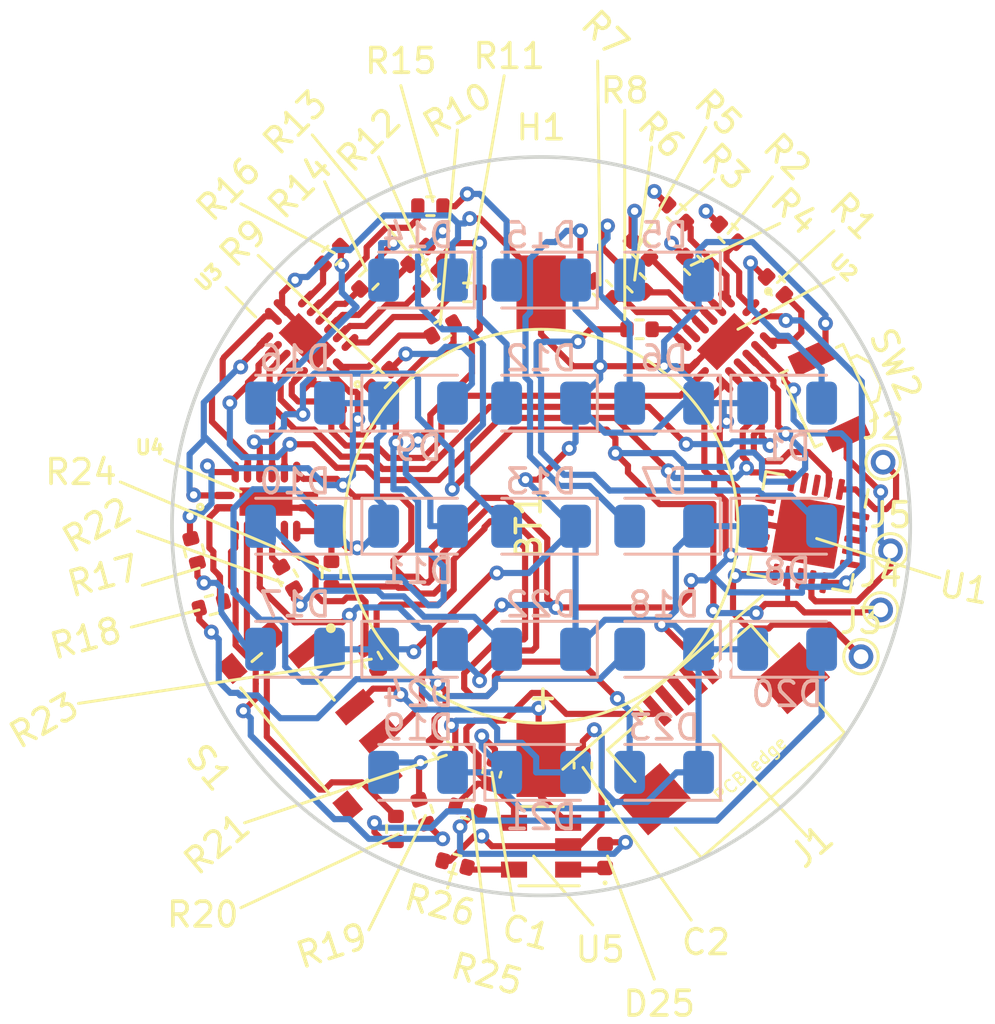
<source format=kicad_pcb>
(kicad_pcb (version 20171130) (host pcbnew "(5.1.9)-1")
  (layers (0 F.Cu signal) (31 B.Cu signal) (34 B.Paste user hide) (35 F.Paste user hide) (36 B.SilkS user hide) (37 F.SilkS user) (38 B.Mask user hide) (39 F.Mask user hide) (44 Edge.Cuts user))
  (net 0 "")
  (net 1 /GND)
  (net 2 "Net-(BT1-Pad1)")
  (net 3 "Net-(D1-Pad2)")
  (net 4 "Net-(D2-Pad2)")
  (net 5 "Net-(D3-Pad2)")
  (net 6 "Net-(D4-Pad2)")
  (net 7 "Net-(D5-Pad2)")
  (net 8 "Net-(D6-Pad2)")
  (net 9 "Net-(D7-Pad2)")
  (net 10 "Net-(D8-Pad2)")
  (net 11 "Net-(D9-Pad2)")
  (net 12 "Net-(D10-Pad2)")
  (net 13 "Net-(D11-Pad2)")
  (net 14 "Net-(D12-Pad2)")
  (net 15 "Net-(D13-Pad2)")
  (net 16 "Net-(D14-Pad2)")
  (net 17 "Net-(D15-Pad2)")
  (net 18 "Net-(D16-Pad2)")
  (net 19 "Net-(D17-Pad2)")
  (net 20 "Net-(D18-Pad2)")
  (net 21 "Net-(D19-Pad2)")
  (net 22 "Net-(D20-Pad2)")
  (net 23 "Net-(D21-Pad2)")
  (net 24 "Net-(D22-Pad2)")
  (net 25 "Net-(D23-Pad2)")
  (net 26 "Net-(D24-Pad2)")
  (net 27 /Vout)
  (net 28 "/(sck)")
  (net 29 "/enablePin(miso)")
  (net 30 "/dataPin(mosi)")
  (net 31 "/(reset)")
  (net 32 "Net-(R1-Pad1)")
  (net 33 "Net-(R2-Pad1)")
  (net 34 "Net-(R3-Pad1)")
  (net 35 "Net-(R4-Pad1)")
  (net 36 "Net-(R5-Pad1)")
  (net 37 "Net-(R6-Pad1)")
  (net 38 "Net-(R7-Pad1)")
  (net 39 "Net-(R8-Pad1)")
  (net 40 "Net-(R9-Pad1)")
  (net 41 "Net-(R10-Pad1)")
  (net 42 "Net-(R11-Pad1)")
  (net 43 "Net-(R12-Pad1)")
  (net 44 "Net-(R13-Pad1)")
  (net 45 "Net-(R14-Pad1)")
  (net 46 "Net-(R15-Pad1)")
  (net 47 "Net-(R16-Pad1)")
  (net 48 "Net-(R17-Pad1)")
  (net 49 "Net-(R18-Pad1)")
  (net 50 "Net-(R19-Pad1)")
  (net 51 "Net-(R20-Pad1)")
  (net 52 "Net-(R21-Pad1)")
  (net 53 "Net-(R22-Pad1)")
  (net 54 "Net-(R23-Pad1)")
  (net 55 "Net-(R24-Pad1)")
  (net 56 /clockPin)
  (net 57 /latchPin)
  (net 58 "Net-(U2-Pad9)")
  (net 59 "Net-(U3-Pad9)")
  (net 60 "Net-(C1-Pad1)")
  (net 61 "Net-(D25-Pad2)")
  (net 62 "Net-(D25-Pad1)")
  (net 63 "Net-(R26-Pad1)")
  (net 64 "Net-(J1-Pad6)")
  (module green_detect:SW_EG1215AA (layer F.Cu) (at 125.6 111.9 310)
    (fp_text reference S1 (at -1.179945 4.362079 130) (layer F.SilkS))
    (fp_text value EG1215AA)
    (pad None np_thru_hole circle (at 1.5 0 310) (size 0.9 0.9) (drill 0.9) (layers *.Cu *.Mask))
    (pad None np_thru_hole circle (at -1.5 0 310) (size 0.9 0.9) (drill 0.9) (layers *.Cu *.Mask))
    (pad S3 smd rect (at 3.65 1.05 310) (size 1 0.8) (layers F.Cu F.Paste F.Mask))
    (pad S4 smd rect (at 3.65 -1.05 310) (size 1 0.8) (layers F.Cu F.Paste F.Mask))
    (pad S2 smd rect (at -3.65 1.05 310) (size 1 0.8) (layers F.Cu F.Paste F.Mask))
    (pad S1 smd rect (at -3.65 -1.05 310) (size 1 0.8) (layers F.Cu F.Paste F.Mask))
    (pad 3 smd rect (at 2.25 -1.75 310) (size 0.7 1.5) (layers F.Cu F.Paste F.Mask) (net 27 /Vout))
    (pad 2 smd rect (at 0.75 -1.75 310) (size 0.7 1.5) (layers F.Cu F.Paste F.Mask) (net 2 "Net-(BT1-Pad1)"))
    (pad 1 smd rect (at -2.25 -1.75 310) (size 0.7 1.5) (layers F.Cu F.Paste F.Mask))
  )
  (module green_detect:TestPoint_THTPad_D1.0mm_Drill0.6mm (layer F.Cu) (at 149.2 105)
    (fp_text reference J5 (at 0 -1.448) (layer F.SilkS))
    (fp_text value Conn_01x01)
    (pad 1 thru_hole circle (at 0 0) (size 1 1) (drill 0.6) (layers *.Cu *.Mask) (net 28 "/(sck)"))
  )
  (module green_detect:TestPoint_THTPad_D1.0mm_Drill0.6mm (layer F.Cu) (at 148.8 107.4)
    (fp_text reference J4 (at 0 -1.448) (layer F.SilkS))
    (fp_text value Conn_01x01)
    (pad 1 thru_hole circle (at 0 0) (size 1 1) (drill 0.6) (layers *.Cu *.Mask) (net 29 "/enablePin(miso)"))
  )
  (module green_detect:TestPoint_THTPad_D1.0mm_Drill0.6mm (layer F.Cu) (at 148 109.3)
    (fp_text reference J3 (at 0 -1.448) (layer F.SilkS))
    (fp_text value Conn_01x01)
    (pad 1 thru_hole circle (at 0 0) (size 1 1) (drill 0.6) (layers *.Cu *.Mask) (net 30 "/dataPin(mosi)"))
  )
  (module green_detect:TestPoint_THTPad_D1.0mm_Drill0.6mm (layer F.Cu) (at 148.9 101.4)
    (fp_text reference J2 (at 0 -1.448) (layer F.SilkS))
    (fp_text value Conn_01x01)
    (pad 1 thru_hole circle (at 0 0) (size 1 1) (drill 0.6) (layers *.Cu *.Mask) (net 31 "/(reset)"))
  )
  (module green_detect:USB_Micro-B_Amphenol_10104110_Horizontal (layer F.Cu) (at 141.7 111.8 41)
    (fp_text reference J1 (at -0.166256 6.745544 41) (layer F.SilkS))
    (fp_text value USB_B_Micro)
    (fp_text user "PCB edge" (at 0 2.75 41) (layer F.SilkS) (effects (font (size 0.5 0.5) (thickness 0.08))))
    (pad "" np_thru_hole circle (at 2 -1.1 41) (size 0.55 0.55) (drill 0.55) (layers *.Cu *.Mask))
    (pad "" np_thru_hole circle (at -2 -1.1 41) (size 0.55 0.55) (drill 0.55) (layers *.Cu *.Mask))
    (pad 1 smd rect (at -1.3 -1.55 41) (size 0.4 1.4) (layers F.Cu F.Paste F.Mask) (net 60 "Net-(C1-Pad1)"))
    (pad 2 smd rect (at -0.65 -1.55 41) (size 0.4 1.4) (layers F.Cu F.Paste F.Mask))
    (pad 3 smd rect (at 0 -1.55 41) (size 0.4 1.4) (layers F.Cu F.Paste F.Mask))
    (pad 4 smd rect (at 0.65 -1.55 41) (size 0.4 1.4) (layers F.Cu F.Paste F.Mask))
    (pad 5 smd rect (at 1.3 -1.55 41) (size 0.4 1.4) (layers F.Cu F.Paste F.Mask) (net 1 /GND))
    (pad 6 smd rect (at -3.75 1.1 41) (size 2.3 1.9) (layers F.Cu F.Paste F.Mask) (net 64 "Net-(J1-Pad6)"))
    (pad 6 smd rect (at 3.75 1.1 41) (size 2.3 1.9) (layers F.Cu F.Paste F.Mask) (net 64 "Net-(J1-Pad6)"))
  )
  (module green_detect:SW_SPST_B3U-3000P (layer F.Cu) (at 146.7 98.7 295)
    (fp_text reference SW2 (at 0 -3 115) (layer F.SilkS))
    (fp_text value SW_Push)
    (pad 2 smd rect (at 1.7 0 295) (size 0.9 1.7) (layers F.Cu F.Paste F.Mask) (net 28 "/(sck)"))
    (pad 1 smd rect (at -1.7 0 295) (size 0.9 1.7) (layers F.Cu F.Paste F.Mask) (net 1 /GND))
  )
  (module Resistor_SMD:R_0402_1005Metric (layer F.Cu) (at 121.6 107.2 195)
    (fp_text reference R18 (at 5.275627 0.015977 15) (layer F.SilkS))
    (fp_text value 330)
    (pad 2 smd roundrect (at 0.51 0 195) (size 0.54 0.64) (layers F.Cu F.Paste F.Mask) (net 20 "Net-(D18-Pad2)"))
    (pad 1 smd roundrect (at -0.51 0 195) (size 0.54 0.64) (layers F.Cu F.Paste F.Mask) (net 49 "Net-(R18-Pad1)"))
  )
  (module green_detect:LIR1632_SMD (layer F.Cu) (at 135 104 90)
    (fp_text reference BT1 (at 0 -0.5 90) (layer F.SilkS))
    (fp_text value LIR_1632)
    (fp_text user + (at -7 0 90) (layer F.SilkS))
    (pad 2 smd rect (at 9.5 0 90) (size 3 2) (layers F.Cu F.Paste F.Mask) (net 1 /GND))
    (pad 1 smd rect (at -9.5 0 90) (size 3 2) (layers F.Cu F.Paste F.Mask) (net 2 "Net-(BT1-Pad1)"))
  )
  (module Resistor_SMD:R_0402_1005Metric (layer F.Cu) (at 120.9 105 285)
    (fp_text reference R17 (at 0.030202 3.828262 195) (layer F.SilkS))
    (fp_text value 330)
    (pad 2 smd roundrect (at 0.51 0 285) (size 0.54 0.64) (layers F.Cu F.Paste F.Mask) (net 19 "Net-(D17-Pad2)"))
    (pad 1 smd roundrect (at -0.51 0 285) (size 0.54 0.64) (layers F.Cu F.Paste F.Mask) (net 48 "Net-(R17-Pad1)"))
  )
  (module green_detect:DHVQFN16 (layer F.Cu) (at 142.5 96.5 225)
    (fp_text reference U2 (at -5.515433 -1.272792 135) (layer F.SilkS) (effects (font (size 0.56514 0.56514))))
    (fp_text value 74HC595)
    (pad 17 smd rect (at 0 0 225) (size 2.15 1.15) (layers F.Cu F.Mask) (net 1 /GND))
    (pad 1 smd oval (at -1.7 0.25 225) (size 0.85 0.3) (layers F.Cu F.Paste F.Mask) (net 33 "Net-(R2-Pad1)"))
    (pad 16 smd oval (at -1.7 -0.25 225) (size 0.85 0.3) (layers F.Cu F.Paste F.Mask) (net 27 /Vout))
    (pad 15 smd oval (at -1.25 -1.2 225) (size 0.3 0.85) (layers F.Cu F.Paste F.Mask) (net 32 "Net-(R1-Pad1)"))
    (pad 14 smd oval (at -0.75 -1.2 225) (size 0.3 0.85) (layers F.Cu F.Paste F.Mask) (net 30 "/dataPin(mosi)"))
    (pad 13 smd oval (at -0.25 -1.2 225) (size 0.3 0.85) (layers F.Cu F.Paste F.Mask) (net 29 "/enablePin(miso)"))
    (pad 12 smd oval (at 0.25 -1.2 225) (size 0.3 0.85) (layers F.Cu F.Paste F.Mask) (net 57 /latchPin))
    (pad 11 smd oval (at 0.75 -1.2 225) (size 0.3 0.85) (layers F.Cu F.Paste F.Mask) (net 56 /clockPin))
    (pad 10 smd oval (at 1.25 -1.2 225) (size 0.3 0.85) (layers F.Cu F.Paste F.Mask) (net 27 /Vout))
    (pad 9 smd oval (at 1.7 -0.25 225) (size 0.85 0.3) (layers F.Cu F.Paste F.Mask) (net 58 "Net-(U2-Pad9)"))
    (pad 8 smd oval (at 1.7 0.25 225) (size 0.85 0.3) (layers F.Cu F.Paste F.Mask) (net 1 /GND))
    (pad 7 smd oval (at 1.25 1.2 225) (size 0.3 0.85) (layers F.Cu F.Paste F.Mask) (net 39 "Net-(R8-Pad1)"))
    (pad 6 smd oval (at 0.75 1.2 225) (size 0.3 0.85) (layers F.Cu F.Paste F.Mask) (net 38 "Net-(R7-Pad1)"))
    (pad 5 smd oval (at 0.25 1.2 225) (size 0.3 0.85) (layers F.Cu F.Paste F.Mask) (net 37 "Net-(R6-Pad1)"))
    (pad 4 smd oval (at -0.25 1.2 225) (size 0.3 0.85) (layers F.Cu F.Paste F.Mask) (net 36 "Net-(R5-Pad1)"))
    (pad 3 smd oval (at -0.75 1.2 225) (size 0.3 0.85) (layers F.Cu F.Paste F.Mask) (net 35 "Net-(R4-Pad1)"))
    (pad 2 smd oval (at -1.25 1.2 225) (size 0.3 0.85) (layers F.Cu F.Paste F.Mask) (net 34 "Net-(R3-Pad1)"))
  )
  (module green_detect:DHVQFN16 (layer F.Cu) (at 123.818198 103)
    (fp_text reference U4 (at -4.718198 -2.2 180) (layer F.SilkS) (effects (font (size 0.56514 0.56514))))
    (fp_text value 74HC595)
    (pad 17 smd rect (at 0 0) (size 2.15 1.15) (layers F.Cu F.Mask) (net 1 /GND))
    (pad 1 smd oval (at -1.7 0.25) (size 0.85 0.3) (layers F.Cu F.Paste F.Mask) (net 49 "Net-(R18-Pad1)"))
    (pad 16 smd oval (at -1.7 -0.25) (size 0.85 0.3) (layers F.Cu F.Paste F.Mask) (net 27 /Vout))
    (pad 15 smd oval (at -1.25 -1.2) (size 0.3 0.85) (layers F.Cu F.Paste F.Mask) (net 48 "Net-(R17-Pad1)"))
    (pad 14 smd oval (at -0.75 -1.2) (size 0.3 0.85) (layers F.Cu F.Paste F.Mask) (net 59 "Net-(U3-Pad9)"))
    (pad 13 smd oval (at -0.25 -1.2) (size 0.3 0.85) (layers F.Cu F.Paste F.Mask) (net 29 "/enablePin(miso)"))
    (pad 12 smd oval (at 0.25 -1.2) (size 0.3 0.85) (layers F.Cu F.Paste F.Mask) (net 57 /latchPin))
    (pad 11 smd oval (at 0.75 -1.2) (size 0.3 0.85) (layers F.Cu F.Paste F.Mask) (net 56 /clockPin))
    (pad 10 smd oval (at 1.25 -1.2) (size 0.3 0.85) (layers F.Cu F.Paste F.Mask) (net 27 /Vout))
    (pad 9 smd oval (at 1.7 -0.25) (size 0.85 0.3) (layers F.Cu F.Paste F.Mask))
    (pad 8 smd oval (at 1.7 0.25) (size 0.85 0.3) (layers F.Cu F.Paste F.Mask) (net 1 /GND))
    (pad 7 smd oval (at 1.25 1.2) (size 0.3 0.85) (layers F.Cu F.Paste F.Mask) (net 55 "Net-(R24-Pad1)"))
    (pad 6 smd oval (at 0.75 1.2) (size 0.3 0.85) (layers F.Cu F.Paste F.Mask) (net 54 "Net-(R23-Pad1)"))
    (pad 5 smd oval (at 0.25 1.2) (size 0.3 0.85) (layers F.Cu F.Paste F.Mask) (net 53 "Net-(R22-Pad1)"))
    (pad 4 smd oval (at -0.25 1.2) (size 0.3 0.85) (layers F.Cu F.Paste F.Mask) (net 52 "Net-(R21-Pad1)"))
    (pad 3 smd oval (at -0.75 1.2) (size 0.3 0.85) (layers F.Cu F.Paste F.Mask) (net 51 "Net-(R20-Pad1)"))
    (pad 2 smd oval (at -1.25 1.2) (size 0.3 0.85) (layers F.Cu F.Paste F.Mask) (net 50 "Net-(R19-Pad1)"))
  )
  (module green_detect:DHVQFN16 (layer F.Cu) (at 125.5 96.5 135)
    (fp_text reference U3 (at 4.666905 -0.989949 225) (layer F.SilkS) (effects (font (size 0.56514 0.56514))))
    (fp_text value 74HC595)
    (pad 17 smd rect (at 0 0 135) (size 2.15 1.15) (layers F.Cu F.Mask) (net 1 /GND))
    (pad 1 smd oval (at -1.7 0.25 135) (size 0.85 0.3) (layers F.Cu F.Paste F.Mask) (net 41 "Net-(R10-Pad1)"))
    (pad 16 smd oval (at -1.7 -0.25 135) (size 0.85 0.3) (layers F.Cu F.Paste F.Mask) (net 27 /Vout))
    (pad 15 smd oval (at -1.25 -1.2 135) (size 0.3 0.85) (layers F.Cu F.Paste F.Mask) (net 40 "Net-(R9-Pad1)"))
    (pad 14 smd oval (at -0.75 -1.2 135) (size 0.3 0.85) (layers F.Cu F.Paste F.Mask) (net 58 "Net-(U2-Pad9)"))
    (pad 13 smd oval (at -0.25 -1.2 135) (size 0.3 0.85) (layers F.Cu F.Paste F.Mask) (net 29 "/enablePin(miso)"))
    (pad 12 smd oval (at 0.25 -1.2 135) (size 0.3 0.85) (layers F.Cu F.Paste F.Mask) (net 57 /latchPin))
    (pad 11 smd oval (at 0.75 -1.2 135) (size 0.3 0.85) (layers F.Cu F.Paste F.Mask) (net 56 /clockPin))
    (pad 10 smd oval (at 1.25 -1.2 135) (size 0.3 0.85) (layers F.Cu F.Paste F.Mask) (net 27 /Vout))
    (pad 9 smd oval (at 1.7 -0.25 135) (size 0.85 0.3) (layers F.Cu F.Paste F.Mask) (net 59 "Net-(U3-Pad9)"))
    (pad 8 smd oval (at 1.7 0.25 135) (size 0.85 0.3) (layers F.Cu F.Paste F.Mask) (net 1 /GND))
    (pad 7 smd oval (at 1.25 1.2 135) (size 0.3 0.85) (layers F.Cu F.Paste F.Mask) (net 47 "Net-(R16-Pad1)"))
    (pad 6 smd oval (at 0.75 1.2 135) (size 0.3 0.85) (layers F.Cu F.Paste F.Mask) (net 46 "Net-(R15-Pad1)"))
    (pad 5 smd oval (at 0.25 1.2 135) (size 0.3 0.85) (layers F.Cu F.Paste F.Mask) (net 45 "Net-(R14-Pad1)"))
    (pad 4 smd oval (at -0.25 1.2 135) (size 0.3 0.85) (layers F.Cu F.Paste F.Mask) (net 44 "Net-(R13-Pad1)"))
    (pad 3 smd oval (at -0.75 1.2 135) (size 0.3 0.85) (layers F.Cu F.Paste F.Mask) (net 43 "Net-(R12-Pad1)"))
    (pad 2 smd oval (at -1.25 1.2 135) (size 0.3 0.85) (layers F.Cu F.Paste F.Mask) (net 42 "Net-(R11-Pad1)"))
  )
  (module Package_DFN_QFN:QFN-20-1EP_4x4mm_P0.5mm_EP2.6x2.6mm (layer F.Cu) (at 145.847004 104.227254 260)
    (fp_text reference U1 (at 1.135032 -6.651138 170) (layer F.SilkS))
    (fp_text value ATtiny85-20MU)
    (pad 21 smd rect (at 0 0 260) (size 2.6 2.6) (layers F.Cu F.Mask) (net 1 /GND))
    (pad 20 smd roundrect (at -1 -1.925 260) (size 0.25 0.85) (layers F.Cu F.Paste F.Mask))
    (pad 19 smd roundrect (at -0.5 -1.925 260) (size 0.25 0.85) (layers F.Cu F.Paste F.Mask))
    (pad 18 smd roundrect (at 0 -1.925 260) (size 0.25 0.85) (layers F.Cu F.Paste F.Mask))
    (pad 17 smd roundrect (at 0.5 -1.925 260) (size 0.25 0.85) (layers F.Cu F.Paste F.Mask))
    (pad 16 smd roundrect (at 1 -1.925 260) (size 0.25 0.85) (layers F.Cu F.Paste F.Mask))
    (pad 15 smd roundrect (at 1.925 -1 260) (size 0.85 0.25) (layers F.Cu F.Paste F.Mask) (net 27 /Vout))
    (pad 14 smd roundrect (at 1.925 -0.5 260) (size 0.85 0.25) (layers F.Cu F.Paste F.Mask) (net 28 "/(sck)"))
    (pad 13 smd roundrect (at 1.925 0 260) (size 0.85 0.25) (layers F.Cu F.Paste F.Mask))
    (pad 12 smd roundrect (at 1.925 0.5 260) (size 0.85 0.25) (layers F.Cu F.Paste F.Mask) (net 29 "/enablePin(miso)"))
    (pad 11 smd roundrect (at 1.925 1 260) (size 0.85 0.25) (layers F.Cu F.Paste F.Mask) (net 30 "/dataPin(mosi)"))
    (pad 10 smd roundrect (at 1 1.925 260) (size 0.25 0.85) (layers F.Cu F.Paste F.Mask))
    (pad 9 smd roundrect (at 0.5 1.925 260) (size 0.25 0.85) (layers F.Cu F.Paste F.Mask))
    (pad 8 smd roundrect (at 0 1.925 260) (size 0.25 0.85) (layers F.Cu F.Paste F.Mask) (net 1 /GND))
    (pad 7 smd roundrect (at -0.5 1.925 260) (size 0.25 0.85) (layers F.Cu F.Paste F.Mask))
    (pad 6 smd roundrect (at -1 1.925 260) (size 0.25 0.85) (layers F.Cu F.Paste F.Mask))
    (pad 5 smd roundrect (at -1.925 1 260) (size 0.85 0.25) (layers F.Cu F.Paste F.Mask) (net 56 /clockPin))
    (pad 4 smd roundrect (at -1.925 0.5 260) (size 0.85 0.25) (layers F.Cu F.Paste F.Mask))
    (pad 3 smd roundrect (at -1.925 0 260) (size 0.85 0.25) (layers F.Cu F.Paste F.Mask))
    (pad 2 smd roundrect (at -1.925 -0.5 260) (size 0.85 0.25) (layers F.Cu F.Paste F.Mask) (net 57 /latchPin))
    (pad 1 smd roundrect (at -1.925 -1 260) (size 0.85 0.25) (layers F.Cu F.Paste F.Mask) (net 31 "/(reset)"))
  )
  (module Resistor_SMD:R_0402_1005Metric (layer F.Cu) (at 131.5 117.724002 165)
    (fp_text reference R26 (at 0.145775 -1.774181 165) (layer F.SilkS))
    (fp_text value 33K)
    (pad 2 smd roundrect (at 0.51 0 165) (size 0.54 0.64) (layers F.Cu F.Paste F.Mask) (net 1 /GND))
    (pad 1 smd roundrect (at -0.51 0 165) (size 0.54 0.64) (layers F.Cu F.Paste F.Mask) (net 63 "Net-(R26-Pad1)"))
  )
  (module Resistor_SMD:R_0402_1005Metric (layer F.Cu) (at 132.01 115.5 345)
    (fp_text reference R25 (at 2.497169 6.267236 165) (layer F.SilkS))
    (fp_text value 470)
    (pad 2 smd roundrect (at 0.51 0 345) (size 0.54 0.64) (layers F.Cu F.Paste F.Mask) (net 61 "Net-(D25-Pad2)"))
    (pad 1 smd roundrect (at -0.51 0 345) (size 0.54 0.64) (layers F.Cu F.Paste F.Mask) (net 60 "Net-(C1-Pad1)"))
  )
  (module Resistor_SMD:R_0402_1005Metric (layer F.Cu) (at 126.48 105.94 270)
    (fp_text reference R24 (at -4.14 10.18 180) (layer F.SilkS))
    (fp_text value 330)
    (pad 2 smd roundrect (at 0.51 0 270) (size 0.54 0.64) (layers F.Cu F.Paste F.Mask) (net 26 "Net-(D24-Pad2)"))
    (pad 1 smd roundrect (at -0.51 0 270) (size 0.54 0.64) (layers F.Cu F.Paste F.Mask) (net 55 "Net-(R24-Pad1)"))
  )
  (module Resistor_SMD:R_0402_1005Metric (layer F.Cu) (at 128.12 109.44 300)
    (fp_text reference R23 (at -4.529578 12.765458 210) (layer F.SilkS))
    (fp_text value 330)
    (pad 2 smd roundrect (at 0.51 0 300) (size 0.54 0.64) (layers F.Cu F.Paste F.Mask) (net 25 "Net-(D23-Pad2)"))
    (pad 1 smd roundrect (at -0.51 0 300) (size 0.54 0.64) (layers F.Cu F.Paste F.Mask) (net 54 "Net-(R23-Pad1)"))
  )
  (module Resistor_SMD:R_0402_1005Metric (layer F.Cu) (at 124.7 106.1 300)
    (fp_text reference R22 (at -5.736955 5.636697 210) (layer F.SilkS))
    (fp_text value 330)
    (pad 2 smd roundrect (at 0.51 0 300) (size 0.54 0.64) (layers F.Cu F.Paste F.Mask) (net 24 "Net-(D22-Pad2)"))
    (pad 1 smd roundrect (at -0.51 0 300) (size 0.54 0.64) (layers F.Cu F.Paste F.Mask) (net 53 "Net-(R22-Pad1)"))
  )
  (module Resistor_SMD:R_0402_1005Metric (layer F.Cu) (at 131 113.1 310)
    (fp_text reference R21 (at -2.985277 9.469465 220) (layer F.SilkS))
    (fp_text value 330)
    (pad 2 smd roundrect (at 0.51 0 310) (size 0.54 0.64) (layers F.Cu F.Paste F.Mask) (net 23 "Net-(D21-Pad2)"))
    (pad 1 smd roundrect (at -0.51 0 310) (size 0.54 0.64) (layers F.Cu F.Paste F.Mask) (net 52 "Net-(R21-Pad1)"))
  )
  (module Resistor_SMD:R_0402_1005Metric (layer F.Cu) (at 129.1 116.3 270)
    (fp_text reference R20 (at 3.48 7.85 180) (layer F.SilkS))
    (fp_text value 330)
    (pad 2 smd roundrect (at 0.51 0 270) (size 0.54 0.64) (layers F.Cu F.Paste F.Mask) (net 22 "Net-(D20-Pad2)"))
    (pad 1 smd roundrect (at -0.51 0 270) (size 0.54 0.64) (layers F.Cu F.Paste F.Mask) (net 51 "Net-(R20-Pad1)"))
  )
  (module Resistor_SMD:R_0402_1005Metric (layer F.Cu) (at 130.2 115.6 108)
    (fp_text reference R19 (at -4.039895 -5.203052 198) (layer F.SilkS))
    (fp_text value 330)
    (pad 2 smd roundrect (at 0.51 0 108) (size 0.54 0.64) (layers F.Cu F.Paste F.Mask) (net 21 "Net-(D19-Pad2)"))
    (pad 1 smd roundrect (at -0.51 0 108) (size 0.54 0.64) (layers F.Cu F.Paste F.Mask) (net 50 "Net-(R19-Pad1)"))
  )
  (module Resistor_SMD:R_0402_1005Metric (layer F.Cu) (at 126.5 93 45)
    (fp_text reference R16 (at -1.06066 -4.879037 45) (layer F.SilkS))
    (fp_text value 330)
    (pad 2 smd roundrect (at 0.51 0 45) (size 0.54 0.64) (layers F.Cu F.Paste F.Mask) (net 18 "Net-(D16-Pad2)"))
    (pad 1 smd roundrect (at -0.51 0 45) (size 0.54 0.64) (layers F.Cu F.Paste F.Mask) (net 47 "Net-(R16-Pad1)"))
  )
  (module Resistor_SMD:R_0402_1005Metric (layer F.Cu) (at 130.5 91)
    (fp_text reference R15 (at -1.2 -5.9) (layer F.SilkS))
    (fp_text value 330)
    (pad 2 smd roundrect (at 0.51 0) (size 0.54 0.64) (layers F.Cu F.Paste F.Mask) (net 17 "Net-(D15-Pad2)"))
    (pad 1 smd roundrect (at -0.51 0) (size 0.54 0.64) (layers F.Cu F.Paste F.Mask) (net 46 "Net-(R15-Pad1)"))
  )
  (module Resistor_SMD:R_0402_1005Metric (layer F.Cu) (at 128 94 45)
    (fp_text reference R14 (at 0.707107 -4.666905 45) (layer F.SilkS))
    (fp_text value 330)
    (pad 2 smd roundrect (at 0.51 0 45) (size 0.54 0.64) (layers F.Cu F.Paste F.Mask) (net 16 "Net-(D14-Pad2)"))
    (pad 1 smd roundrect (at -0.51 0 45) (size 0.54 0.64) (layers F.Cu F.Paste F.Mask) (net 45 "Net-(R14-Pad1)"))
  )
  (module Resistor_SMD:R_0402_1005Metric (layer F.Cu) (at 130 93 45)
    (fp_text reference R13 (at 0.282843 -7.353911 45) (layer F.SilkS))
    (fp_text value 330)
    (pad 2 smd roundrect (at 0.51 0 45) (size 0.54 0.64) (layers F.Cu F.Paste F.Mask) (net 15 "Net-(D13-Pad2)"))
    (pad 1 smd roundrect (at -0.51 0 45) (size 0.54 0.64) (layers F.Cu F.Paste F.Mask) (net 44 "Net-(R13-Pad1)"))
  )
  (module Resistor_SMD:R_0402_1005Metric (layer F.Cu) (at 130.5 94 45)
    (fp_text reference R12 (at 2.262742 -5.798276 45) (layer F.SilkS))
    (fp_text value 330)
    (pad 2 smd roundrect (at 0.51 0 45) (size 0.54 0.64) (layers F.Cu F.Paste F.Mask) (net 14 "Net-(D12-Pad2)"))
    (pad 1 smd roundrect (at -0.51 0 45) (size 0.54 0.64) (layers F.Cu F.Paste F.Mask) (net 43 "Net-(R12-Pad1)"))
  )
  (module Resistor_SMD:R_0402_1005Metric (layer F.Cu) (at 132 94.5)
    (fp_text reference R11 (at 1.7 -9.6) (layer F.SilkS))
    (fp_text value 330)
    (pad 2 smd roundrect (at 0.51 0) (size 0.54 0.64) (layers F.Cu F.Paste F.Mask) (net 13 "Net-(D11-Pad2)"))
    (pad 1 smd roundrect (at -0.51 0) (size 0.54 0.64) (layers F.Cu F.Paste F.Mask) (net 42 "Net-(R11-Pad1)"))
  )
  (module Resistor_SMD:R_0402_1005Metric (layer F.Cu) (at 131 96 30)
    (fp_text reference R10 (at 4.969615 -7.407626 30) (layer F.SilkS))
    (fp_text value 330)
    (pad 1 smd roundrect (at -0.51 0 30) (size 0.54 0.64) (layers F.Cu F.Paste F.Mask) (net 41 "Net-(R10-Pad1)"))
    (pad 2 smd roundrect (at 0.51 0 30) (size 0.54 0.64) (layers F.Cu F.Paste F.Mask) (net 12 "Net-(D10-Pad2)"))
  )
  (module Resistor_SMD:R_0402_1005Metric (layer F.Cu) (at 128.5 98 45)
    (fp_text reference R9 (at -0.070711 -7.848885 45) (layer F.SilkS))
    (fp_text value 330)
    (pad 2 smd roundrect (at 0.51 0 45) (size 0.54 0.64) (layers F.Cu F.Paste F.Mask) (net 11 "Net-(D9-Pad2)"))
    (pad 1 smd roundrect (at -0.51 0 45) (size 0.54 0.64) (layers F.Cu F.Paste F.Mask) (net 40 "Net-(R9-Pad1)"))
  )
  (module Resistor_SMD:R_0402_1005Metric (layer F.Cu) (at 139 96 180)
    (fp_text reference R8 (at 0.6 9.7) (layer F.SilkS))
    (fp_text value 330)
    (pad 2 smd roundrect (at 0.51 0 180) (size 0.54 0.64) (layers F.Cu F.Paste F.Mask) (net 10 "Net-(D8-Pad2)"))
    (pad 1 smd roundrect (at -0.51 0 180) (size 0.54 0.64) (layers F.Cu F.Paste F.Mask) (net 39 "Net-(R8-Pad1)"))
  )
  (module Resistor_SMD:R_0402_1005Metric (layer F.Cu) (at 137.5 94.4 135)
    (fp_text reference R7 (at 7.2832 7.424621 135) (layer F.SilkS))
    (fp_text value 330)
    (pad 2 smd roundrect (at 0.51 0 135) (size 0.54 0.64) (layers F.Cu F.Paste F.Mask) (net 9 "Net-(D7-Pad2)"))
    (pad 1 smd roundrect (at -0.51 0 135) (size 0.54 0.64) (layers F.Cu F.Paste F.Mask) (net 38 "Net-(R7-Pad1)"))
  )
  (module Resistor_SMD:R_0402_1005Metric (layer F.Cu) (at 138.860624 94.110624 135)
    (fp_text reference R6 (at 3.515203 4.985103 135) (layer F.SilkS))
    (fp_text value 330)
    (pad 2 smd roundrect (at 0.51 0 135) (size 0.54 0.64) (layers F.Cu F.Paste F.Mask) (net 8 "Net-(D6-Pad2)"))
    (pad 1 smd roundrect (at -0.51 0 135) (size 0.54 0.64) (layers F.Cu F.Paste F.Mask) (net 37 "Net-(R6-Pad1)"))
  )
  (module Resistor_SMD:R_0402_1005Metric (layer F.Cu) (at 139.039376 92.739376 135)
    (fp_text reference R5 (at 1.682032 6.151829 135) (layer F.SilkS))
    (fp_text value 330)
    (pad 2 smd roundrect (at 0.51 0 135) (size 0.54 0.64) (layers F.Cu F.Paste F.Mask) (net 7 "Net-(D5-Pad2)"))
    (pad 1 smd roundrect (at -0.51 0 135) (size 0.54 0.64) (layers F.Cu F.Paste F.Mask) (net 36 "Net-(R5-Pad1)"))
  )
  (module Resistor_SMD:R_0402_1005Metric (layer F.Cu) (at 141.2 93.4 135)
    (fp_text reference R4 (at -1.343503 4.454773 135) (layer F.SilkS))
    (fp_text value 330)
    (pad 2 smd roundrect (at 0.51 0 135) (size 0.54 0.64) (layers F.Cu F.Paste F.Mask) (net 6 "Net-(D4-Pad2)"))
    (pad 1 smd roundrect (at -0.51 0 135) (size 0.54 0.64) (layers F.Cu F.Paste F.Mask) (net 35 "Net-(R4-Pad1)"))
  )
  (module Resistor_SMD:R_0402_1005Metric (layer F.Cu) (at 140.5 91.3 135)
    (fp_text reference R3 (at -0.070711 2.757716 135) (layer F.SilkS))
    (fp_text value 330)
    (pad 2 smd roundrect (at 0.51 0 135) (size 0.54 0.64) (layers F.Cu F.Paste F.Mask) (net 5 "Net-(D3-Pad2)"))
    (pad 1 smd roundrect (at -0.51 0 135) (size 0.54 0.64) (layers F.Cu F.Paste F.Mask) (net 34 "Net-(R3-Pad1)"))
  )
  (module Resistor_SMD:R_0402_1005Metric (layer F.Cu) (at 142.6 92.1 135)
    (fp_text reference R2 (at 0.494975 3.889087 135) (layer F.SilkS))
    (fp_text value 330)
    (pad 2 smd roundrect (at 0.51 0 135) (size 0.54 0.64) (layers F.Cu F.Paste F.Mask) (net 4 "Net-(D2-Pad2)"))
    (pad 1 smd roundrect (at -0.51 0 135) (size 0.54 0.64) (layers F.Cu F.Paste F.Mask) (net 33 "Net-(R2-Pad1)"))
  )
  (module Resistor_SMD:R_0402_1005Metric (layer F.Cu) (at 144.526 94.234 135)
    (fp_text reference R1 (at -0.240416 4.248298 135) (layer F.SilkS))
    (fp_text value 330)
    (pad 2 smd roundrect (at 0.51 0 135) (size 0.54 0.64) (layers F.Cu F.Paste F.Mask) (net 3 "Net-(D1-Pad2)"))
    (pad 1 smd roundrect (at -0.51 0 135) (size 0.54 0.64) (layers F.Cu F.Paste F.Mask) (net 32 "Net-(R1-Pad1)"))
  )
  (module LED_SMD:LED_0402_1005Metric (layer F.Cu) (at 137.6 117.4 90)
    (fp_text reference D25 (at -6 2.2 180) (layer F.SilkS))
    (fp_text value LED)
    (pad 2 smd roundrect (at 0.485 0 90) (size 0.59 0.64) (layers F.Cu F.Paste F.Mask) (net 61 "Net-(D25-Pad2)"))
    (pad 1 smd roundrect (at -0.485 0 90) (size 0.59 0.64) (layers F.Cu F.Paste F.Mask) (net 62 "Net-(D25-Pad1)"))
  )
  (module Capacitor_SMD:C_0402_1005Metric (layer F.Cu) (at 136.7 113.72 90)
    (fp_text reference C2 (at -7.18 5 180) (layer F.SilkS))
    (fp_text value 4,7uF)
    (pad 2 smd roundrect (at 0.48 0 90) (size 0.56 0.62) (layers F.Cu F.Paste F.Mask) (net 1 /GND))
    (pad 1 smd roundrect (at -0.48 0 90) (size 0.56 0.62) (layers F.Cu F.Paste F.Mask) (net 2 "Net-(BT1-Pad1)"))
  )
  (module Capacitor_SMD:C_0402_1005Metric (layer F.Cu) (at 133 114 75)
    (fp_text reference C1 (at -5.916171 3.03462 165) (layer F.SilkS))
    (fp_text value 4,7uF)
    (pad 2 smd roundrect (at 0.48 0 75) (size 0.56 0.62) (layers F.Cu F.Paste F.Mask) (net 1 /GND))
    (pad 1 smd roundrect (at -0.48 0 75) (size 0.56 0.62) (layers F.Cu F.Paste F.Mask) (net 60 "Net-(C1-Pad1)"))
  )
  (module MountingHole:MountingHole_2.1mm (layer F.Cu) (at 135 91)
    (fp_text reference H1 (at 0 -3.2) (layer F.SilkS))
    (fp_text value MountingHole)
    (pad "" np_thru_hole circle (at 0 0) (size 2.1 2.1) (drill 2.1) (layers *.Cu *.Mask))
  )
  (module Package_TO_SOT_SMD:SOT-23-5 (layer F.Cu) (at 135 117 180)
    (fp_text reference U5 (at -2.4 -4.2) (layer F.SilkS))
    (fp_text value MCP73831-2-OT)
    (pad 5 smd rect (at 1.1 -0.95 180) (size 1.06 0.65) (layers F.Cu F.Paste F.Mask) (net 63 "Net-(R26-Pad1)"))
    (pad 4 smd rect (at 1.1 0.95 180) (size 1.06 0.65) (layers F.Cu F.Paste F.Mask) (net 60 "Net-(C1-Pad1)"))
    (pad 3 smd rect (at -1.1 0.95 180) (size 1.06 0.65) (layers F.Cu F.Paste F.Mask) (net 2 "Net-(BT1-Pad1)"))
    (pad 2 smd rect (at -1.1 0 180) (size 1.06 0.65) (layers F.Cu F.Paste F.Mask) (net 1 /GND))
    (pad 1 smd rect (at -1.1 -0.95 180) (size 1.06 0.65) (layers F.Cu F.Paste F.Mask) (net 62 "Net-(D25-Pad1)"))
  )
  (module LED_SMD:LED_1206_3216Metric (layer B.Cu) (at 130 109)
    (fp_text reference D24 (at 0 1.82) (layer B.SilkS) (effects (justify mirror)))
    (fp_text value LED)
    (pad 2 smd roundrect (at 1.4 0) (size 1.25 1.75) (layers B.Cu B.Paste B.Mask) (roundrect_rratio 0.2) (net 26 "Net-(D24-Pad2)"))
    (pad 1 smd roundrect (at -1.4 0) (size 1.25 1.75) (layers B.Cu B.Paste B.Mask) (roundrect_rratio 0.2) (net 1 /GND))
  )
  (module LED_SMD:LED_1206_3216Metric (layer B.Cu) (at 140 114 180)
    (fp_text reference D23 (at 0 1.82) (layer B.SilkS) (effects (justify mirror)))
    (fp_text value LED)
    (pad 2 smd roundrect (at 1.4 0 180) (size 1.25 1.75) (layers B.Cu B.Paste B.Mask) (roundrect_rratio 0.2) (net 25 "Net-(D23-Pad2)"))
    (pad 1 smd roundrect (at -1.4 0 180) (size 1.25 1.75) (layers B.Cu B.Paste B.Mask) (roundrect_rratio 0.2) (net 1 /GND))
  )
  (module LED_SMD:LED_1206_3216Metric (layer B.Cu) (at 135 109 180)
    (fp_text reference D22 (at 0 1.82) (layer B.SilkS) (effects (justify mirror)))
    (fp_text value LED)
    (pad 2 smd roundrect (at 1.4 0 180) (size 1.25 1.75) (layers B.Cu B.Paste B.Mask) (roundrect_rratio 0.2) (net 24 "Net-(D22-Pad2)"))
    (pad 1 smd roundrect (at -1.4 0 180) (size 1.25 1.75) (layers B.Cu B.Paste B.Mask) (roundrect_rratio 0.2) (net 1 /GND))
  )
  (module LED_SMD:LED_1206_3216Metric (layer B.Cu) (at 135 114)
    (fp_text reference D21 (at 0 1.82) (layer B.SilkS) (effects (justify mirror)))
    (fp_text value LED)
    (pad 2 smd roundrect (at 1.4 0) (size 1.25 1.75) (layers B.Cu B.Paste B.Mask) (roundrect_rratio 0.2) (net 23 "Net-(D21-Pad2)"))
    (pad 1 smd roundrect (at -1.4 0) (size 1.25 1.75) (layers B.Cu B.Paste B.Mask) (roundrect_rratio 0.2) (net 1 /GND))
  )
  (module LED_SMD:LED_1206_3216Metric (layer B.Cu) (at 145 109)
    (fp_text reference D20 (at 0 1.82) (layer B.SilkS) (effects (justify mirror)))
    (fp_text value LED)
    (pad 2 smd roundrect (at 1.4 0) (size 1.25 1.75) (layers B.Cu B.Paste B.Mask) (roundrect_rratio 0.2) (net 22 "Net-(D20-Pad2)"))
    (pad 1 smd roundrect (at -1.4 0) (size 1.25 1.75) (layers B.Cu B.Paste B.Mask) (roundrect_rratio 0.2) (net 1 /GND))
  )
  (module LED_SMD:LED_1206_3216Metric (layer B.Cu) (at 130 114 180)
    (fp_text reference D19 (at 0 1.82) (layer B.SilkS) (effects (justify mirror)))
    (fp_text value LED)
    (pad 2 smd roundrect (at 1.4 0 180) (size 1.25 1.75) (layers B.Cu B.Paste B.Mask) (roundrect_rratio 0.2) (net 21 "Net-(D19-Pad2)"))
    (pad 1 smd roundrect (at -1.4 0 180) (size 1.25 1.75) (layers B.Cu B.Paste B.Mask) (roundrect_rratio 0.2) (net 1 /GND))
  )
  (module LED_SMD:LED_1206_3216Metric (layer B.Cu) (at 140 109 180)
    (fp_text reference D18 (at 0 1.82) (layer B.SilkS) (effects (justify mirror)))
    (fp_text value LED)
    (pad 2 smd roundrect (at 1.4 0 180) (size 1.25 1.75) (layers B.Cu B.Paste B.Mask) (roundrect_rratio 0.2) (net 20 "Net-(D18-Pad2)"))
    (pad 1 smd roundrect (at -1.4 0 180) (size 1.25 1.75) (layers B.Cu B.Paste B.Mask) (roundrect_rratio 0.2) (net 1 /GND))
  )
  (module LED_SMD:LED_1206_3216Metric (layer B.Cu) (at 125 109 180)
    (fp_text reference D17 (at 0 1.82) (layer B.SilkS) (effects (justify mirror)))
    (fp_text value LED)
    (pad 2 smd roundrect (at 1.4 0 180) (size 1.25 1.75) (layers B.Cu B.Paste B.Mask) (roundrect_rratio 0.2) (net 19 "Net-(D17-Pad2)"))
    (pad 1 smd roundrect (at -1.4 0 180) (size 1.25 1.75) (layers B.Cu B.Paste B.Mask) (roundrect_rratio 0.2) (net 1 /GND))
  )
  (module LED_SMD:LED_1206_3216Metric (layer B.Cu) (at 125 99 180)
    (fp_text reference D16 (at 0 1.82) (layer B.SilkS) (effects (justify mirror)))
    (fp_text value LED)
    (pad 2 smd roundrect (at 1.4 0 180) (size 1.25 1.75) (layers B.Cu B.Paste B.Mask) (roundrect_rratio 0.2) (net 18 "Net-(D16-Pad2)"))
    (pad 1 smd roundrect (at -1.4 0 180) (size 1.25 1.75) (layers B.Cu B.Paste B.Mask) (roundrect_rratio 0.2) (net 1 /GND))
  )
  (module LED_SMD:LED_1206_3216Metric (layer B.Cu) (at 135 94 180)
    (fp_text reference D15 (at 0 1.82) (layer B.SilkS) (effects (justify mirror)))
    (fp_text value LED)
    (pad 2 smd roundrect (at 1.4 0 180) (size 1.25 1.75) (layers B.Cu B.Paste B.Mask) (roundrect_rratio 0.2) (net 17 "Net-(D15-Pad2)"))
    (pad 1 smd roundrect (at -1.4 0 180) (size 1.25 1.75) (layers B.Cu B.Paste B.Mask) (roundrect_rratio 0.2) (net 1 /GND))
  )
  (module LED_SMD:LED_1206_3216Metric (layer B.Cu) (at 130 94 180)
    (fp_text reference D14 (at 0 1.82) (layer B.SilkS) (effects (justify mirror)))
    (fp_text value LED)
    (pad 2 smd roundrect (at 1.4 0 180) (size 1.25 1.75) (layers B.Cu B.Paste B.Mask) (roundrect_rratio 0.2) (net 16 "Net-(D14-Pad2)"))
    (pad 1 smd roundrect (at -1.4 0 180) (size 1.25 1.75) (layers B.Cu B.Paste B.Mask) (roundrect_rratio 0.2) (net 1 /GND))
  )
  (module LED_SMD:LED_1206_3216Metric (layer B.Cu) (at 135 104 180)
    (fp_text reference D13 (at 0 1.82) (layer B.SilkS) (effects (justify mirror)))
    (fp_text value LED)
    (pad 2 smd roundrect (at 1.4 0 180) (size 1.25 1.75) (layers B.Cu B.Paste B.Mask) (roundrect_rratio 0.2) (net 15 "Net-(D13-Pad2)"))
    (pad 1 smd roundrect (at -1.4 0 180) (size 1.25 1.75) (layers B.Cu B.Paste B.Mask) (roundrect_rratio 0.2) (net 1 /GND))
  )
  (module LED_SMD:LED_1206_3216Metric (layer B.Cu) (at 135 99 180)
    (fp_text reference D12 (at 0 1.82) (layer B.SilkS) (effects (justify mirror)))
    (fp_text value LED)
    (pad 2 smd roundrect (at 1.4 0 180) (size 1.25 1.75) (layers B.Cu B.Paste B.Mask) (roundrect_rratio 0.2) (net 14 "Net-(D12-Pad2)"))
    (pad 1 smd roundrect (at -1.4 0 180) (size 1.25 1.75) (layers B.Cu B.Paste B.Mask) (roundrect_rratio 0.2) (net 1 /GND))
  )
  (module LED_SMD:LED_1206_3216Metric (layer B.Cu) (at 130 104)
    (fp_text reference D11 (at 0 1.82) (layer B.SilkS) (effects (justify mirror)))
    (fp_text value LED)
    (pad 2 smd roundrect (at 1.4 0) (size 1.25 1.75) (layers B.Cu B.Paste B.Mask) (roundrect_rratio 0.2) (net 13 "Net-(D11-Pad2)"))
    (pad 1 smd roundrect (at -1.4 0) (size 1.25 1.75) (layers B.Cu B.Paste B.Mask) (roundrect_rratio 0.2) (net 1 /GND))
  )
  (module LED_SMD:LED_1206_3216Metric (layer B.Cu) (at 125 104 180)
    (fp_text reference D10 (at 0 1.82) (layer B.SilkS) (effects (justify mirror)))
    (fp_text value LED)
    (pad 2 smd roundrect (at 1.4 0 180) (size 1.25 1.75) (layers B.Cu B.Paste B.Mask) (roundrect_rratio 0.2) (net 12 "Net-(D10-Pad2)"))
    (pad 1 smd roundrect (at -1.4 0 180) (size 1.25 1.75) (layers B.Cu B.Paste B.Mask) (roundrect_rratio 0.2) (net 1 /GND))
  )
  (module LED_SMD:LED_1206_3216Metric (layer B.Cu) (at 130 99)
    (fp_text reference D9 (at 0 1.82) (layer B.SilkS) (effects (justify mirror)))
    (fp_text value LED)
    (pad 2 smd roundrect (at 1.4 0) (size 1.25 1.75) (layers B.Cu B.Paste B.Mask) (roundrect_rratio 0.2) (net 11 "Net-(D9-Pad2)"))
    (pad 1 smd roundrect (at -1.4 0) (size 1.25 1.75) (layers B.Cu B.Paste B.Mask) (roundrect_rratio 0.2) (net 1 /GND))
  )
  (module LED_SMD:LED_1206_3216Metric (layer B.Cu) (at 145 104)
    (fp_text reference D8 (at 0 1.82) (layer B.SilkS) (effects (justify mirror)))
    (fp_text value LED)
    (pad 2 smd roundrect (at 1.4 0) (size 1.25 1.75) (layers B.Cu B.Paste B.Mask) (roundrect_rratio 0.2) (net 10 "Net-(D8-Pad2)"))
    (pad 1 smd roundrect (at -1.4 0) (size 1.25 1.75) (layers B.Cu B.Paste B.Mask) (roundrect_rratio 0.2) (net 1 /GND))
  )
  (module LED_SMD:LED_1206_3216Metric (layer B.Cu) (at 140 104 180)
    (fp_text reference D7 (at 0 1.82) (layer B.SilkS) (effects (justify mirror)))
    (fp_text value LED)
    (pad 2 smd roundrect (at 1.4 0 180) (size 1.25 1.75) (layers B.Cu B.Paste B.Mask) (roundrect_rratio 0.2) (net 9 "Net-(D7-Pad2)"))
    (pad 1 smd roundrect (at -1.4 0 180) (size 1.25 1.75) (layers B.Cu B.Paste B.Mask) (roundrect_rratio 0.2) (net 1 /GND))
  )
  (module LED_SMD:LED_1206_3216Metric (layer B.Cu) (at 140 99 180)
    (fp_text reference D6 (at 0 1.82) (layer B.SilkS) (effects (justify mirror)))
    (fp_text value LED)
    (pad 2 smd roundrect (at 1.4 0 180) (size 1.25 1.75) (layers B.Cu B.Paste B.Mask) (roundrect_rratio 0.2) (net 8 "Net-(D6-Pad2)"))
    (pad 1 smd roundrect (at -1.4 0 180) (size 1.25 1.75) (layers B.Cu B.Paste B.Mask) (roundrect_rratio 0.2) (net 1 /GND))
  )
  (module LED_SMD:LED_1206_3216Metric (layer B.Cu) (at 140 94 180)
    (fp_text reference D5 (at 0 1.82) (layer B.SilkS) (effects (justify mirror)))
    (fp_text value LED)
    (pad 2 smd roundrect (at 1.4 0 180) (size 1.25 1.75) (layers B.Cu B.Paste B.Mask) (roundrect_rratio 0.2) (net 7 "Net-(D5-Pad2)"))
    (pad 1 smd roundrect (at -1.4 0 180) (size 1.25 1.75) (layers B.Cu B.Paste B.Mask) (roundrect_rratio 0.2) (net 1 /GND))
  )
  (module LED_SMD:LED_1206_3216Metric (layer B.Cu) (at 145 99)
    (fp_text reference D1 (at 0 1.82) (layer B.SilkS) (effects (justify mirror)))
    (fp_text value LED)
    (pad 2 smd roundrect (at 1.4 0) (size 1.25 1.75) (layers B.Cu B.Paste B.Mask) (roundrect_rratio 0.2) (net 3 "Net-(D1-Pad2)"))
    (pad 1 smd roundrect (at -1.4 0) (size 1.25 1.75) (layers B.Cu B.Paste B.Mask) (roundrect_rratio 0.2) (net 1 /GND))
  )
  (gr_line (start 151.2 106.1) (end 146.2 104.5) (layer F.SilkS) (width 0.12))
  (gr_line (start 142 112.5) (end 145.8 116.6) (layer F.SilkS) (width 0.12))
  (gr_line (start 136.7 113.8) (end 141.1 120) (layer F.SilkS) (width 0.12))
  (gr_line (start 137.7 117.4) (end 139.6 122.4) (layer F.SilkS) (width 0.12))
  (gr_line (start 133 114) (end 133.9 119.6) (layer F.SilkS) (width 0.12))
  (gr_line (start 134.7 117.4) (end 137.1 120.2) (layer F.SilkS) (width 0.12))
  (gr_line (start 132.9 121.7) (end 132.2 115.5) (layer F.SilkS) (width 0.12))
  (gr_line (start 131.5 117.7) (end 131.2 118.7) (layer F.SilkS) (width 0.12))
  (gr_line (start 122.8 119.5) (end 129.2 116.5) (layer F.SilkS) (width 0.12))
  (gr_line (start 121.1 107.4) (end 118.35 108.1) (layer F.SilkS) (width 0.12))
  (gr_line (start 128.1 109.4) (end 116.2 111.2) (layer F.SilkS) (width 0.12))
  (gr_line (start 122.95 116.05) (end 131.15 113.3) (layer F.SilkS) (width 0.12))
  (gr_line (start 126.4 105.8) (end 117.9 102.2) (layer F.SilkS) (width 0.12))
  (gr_line (start 124.5 106.3) (end 118.6 104.2) (layer F.SilkS) (width 0.12))
  (gr_line (start 128 120.4) (end 130.3 115.75) (layer F.SilkS) (width 0.12))
  (gr_line (start 118.8 106.4) (end 121.1 105.7) (layer F.SilkS) (width 0.12))
  (gr_line (start 122.8 102.6) (end 119.7 101.3) (layer F.SilkS) (width 0.12))
  (gr_line (start 123.4 95.5) (end 122.2 94.3) (layer F.SilkS) (width 0.12))
  (gr_line (start 128.6 97.8) (end 123.5 93) (layer F.SilkS) (width 0.12))
  (gr_line (start 126.6 92.9) (end 122.8 90.9) (layer F.SilkS) (width 0.12))
  (gr_line (start 127.9 93.6) (end 126.2 90) (layer F.SilkS) (width 0.12))
  (gr_line (start 129.7 93) (end 125.7 88.1) (layer F.SilkS) (width 0.12))
  (gr_line (start 130.6 94) (end 128.4 89) (layer F.SilkS) (width 0.12))
  (gr_line (start 130.9 95.8) (end 131.6 87.9) (layer F.SilkS) (width 0.12))
  (gr_line (start 130.6 90.8) (end 129.3 86.1) (layer F.SilkS) (width 0.12))
  (gr_line (start 132 94.3) (end 133.5 85.7) (layer F.SilkS) (width 0.12))
  (gr_line (start 143 96) (end 146.9 93.9) (layer F.SilkS) (width 0.12))
  (gr_line (start 138.4 95.6) (end 138.4 87.1) (layer F.SilkS) (width 0.12))
  (gr_line (start 138.8 94) (end 139.5 88.6) (layer F.SilkS) (width 0.12))
  (gr_line (start 137.4 94.2) (end 137.3 85.1) (layer F.SilkS) (width 0.12))
  (gr_line (start 139 92.6) (end 141.7 87.8) (layer F.SilkS) (width 0.12))
  (gr_line (start 140.5 91.3) (end 142 89.9) (layer F.SilkS) (width 0.12))
  (gr_line (start 141.1 93.4) (end 144.7 91.7) (layer F.SilkS) (width 0.12))
  (gr_line (start 144.6 94.1) (end 146.9 92) (layer F.SilkS) (width 0.12))
  (gr_line (start 144.4 89.8) (end 142.6 92.1) (layer F.SilkS) (width 0.12))
  (gr_circle (center 135 104) (end 150 104) (layer Edge.Cuts) (width 0.15))
  (via (at 125 94) (size 0.6) (drill 0.3) (layers F.Cu B.Cu) (net 1))
  (segment (start 124.474695 94.525305) (end 125 94) (width 0.25) (layer F.Cu) (net 1))
  (segment (start 124.474695 95.121142) (end 124.474695 94.525305) (width 0.25) (layer F.Cu) (net 1))
  (segment (start 128.6 109) (end 126.4 109) (width 0.25) (layer B.Cu) (net 1))
  (segment (start 126.4 104) (end 126.4 103.9) (width 0.25) (layer B.Cu) (net 1))
  (segment (start 126.4 103.9) (end 125 102.5) (width 0.25) (layer B.Cu) (net 1))
  (segment (start 123.28681 102.5) (end 122.5 103.28681) (width 0.25) (layer B.Cu) (net 1))
  (segment (start 125 102.5) (end 123.28681 102.5) (width 0.25) (layer B.Cu) (net 1))
  (segment (start 122.5 103.28681) (end 122.5 106.7) (width 0.25) (layer B.Cu) (net 1))
  (segment (start 122.5 106.7) (end 123.6 107.8) (width 0.25) (layer B.Cu) (net 1))
  (segment (start 131.4 114) (end 133.6 114) (width 0.25) (layer B.Cu) (net 1))
  (via (at 140 97.5) (size 0.6) (drill 0.3) (layers F.Cu B.Cu) (net 1))
  (segment (start 140.025305 97.525305) (end 140 97.5) (width 0.25) (layer F.Cu) (net 1))
  (segment (start 141.121142 97.525305) (end 140.025305 97.525305) (width 0.25) (layer F.Cu) (net 1))
  (segment (start 140 97.5) (end 140.5 97.5) (width 0.25) (layer B.Cu) (net 1))
  (segment (start 140.5 97.5) (end 141.4 98.4) (width 0.25) (layer B.Cu) (net 1))
  (segment (start 142.146447 96.5) (end 142.5 96.5) (width 0.25) (layer F.Cu) (net 1))
  (segment (start 141.121142 97.525305) (end 142.146447 96.5) (width 0.25) (layer F.Cu) (net 1))
  (segment (start 126.599999 92.774999) (end 125.5 93.874998) (width 0.25) (layer B.Cu) (net 1))
  (segment (start 127.200001 92.774999) (end 126.599999 92.774999) (width 0.25) (layer B.Cu) (net 1))
  (segment (start 125.5 93.874998) (end 125.125002 93.874998) (width 0.25) (layer B.Cu) (net 1))
  (segment (start 128.625001 91.374999) (end 127.212501 92.787499) (width 0.25) (layer B.Cu) (net 1))
  (segment (start 131.625001 91.699999) (end 131.300001 91.374999) (width 0.25) (layer B.Cu) (net 1))
  (segment (start 127.212501 92.787499) (end 127.200001 92.774999) (width 0.25) (layer B.Cu) (net 1))
  (segment (start 131.300001 91.374999) (end 128.625001 91.374999) (width 0.25) (layer B.Cu) (net 1))
  (segment (start 131.625001 92.300001) (end 131.625001 91.699999) (width 0.25) (layer B.Cu) (net 1))
  (segment (start 131.4 92.525002) (end 131.625001 92.300001) (width 0.25) (layer B.Cu) (net 1))
  (segment (start 125.125002 93.874998) (end 125 94) (width 0.25) (layer B.Cu) (net 1))
  (segment (start 131.4 94) (end 131.4 92.525002) (width 0.25) (layer B.Cu) (net 1))
  (segment (start 136.4 104) (end 136.4 107.4) (width 0.25) (layer B.Cu) (net 1))
  (segment (start 136.4 107.4) (end 136.4 109) (width 0.25) (layer B.Cu) (net 1))
  (via (at 127.53 104.88) (size 0.6) (drill 0.3) (layers F.Cu B.Cu) (net 1))
  (segment (start 128.6 99) (end 126.4 99) (width 0.25) (layer B.Cu) (net 1))
  (segment (start 124.068198 103.25) (end 125.518198 103.25) (width 0.25) (layer F.Cu) (net 1))
  (segment (start 123.818198 103) (end 124.068198 103.25) (width 0.25) (layer F.Cu) (net 1))
  (segment (start 128.54999 103.94999) (end 128.6 104) (width 0.25) (layer B.Cu) (net 1))
  (segment (start 128.6 99) (end 128.54999 99.05001) (width 0.25) (layer B.Cu) (net 1))
  (via (at 137.4 97.5) (size 0.6) (drill 0.3) (layers F.Cu B.Cu) (net 1))
  (segment (start 140 97.5) (end 137.4 97.5) (width 0.25) (layer F.Cu) (net 1))
  (segment (start 137.4 98) (end 136.4 99) (width 0.25) (layer B.Cu) (net 1))
  (segment (start 137.4 97.5) (end 137.4 98) (width 0.25) (layer B.Cu) (net 1))
  (segment (start 137.4 97.5) (end 136.3 97.5) (width 0.25) (layer F.Cu) (net 1))
  (segment (start 135 96.2) (end 135 94.5) (width 0.25) (layer F.Cu) (net 1))
  (segment (start 136.3 97.5) (end 135 96.2) (width 0.25) (layer F.Cu) (net 1))
  (segment (start 136.4 94) (end 136.4 95.2) (width 0.25) (layer B.Cu) (net 1))
  (segment (start 137.4 96.2) (end 137.4 97.5) (width 0.25) (layer B.Cu) (net 1))
  (segment (start 136.4 95.2) (end 137.4 96.2) (width 0.25) (layer B.Cu) (net 1))
  (segment (start 141.4 94) (end 141.4 95.1) (width 0.25) (layer B.Cu) (net 1))
  (segment (start 140 96.5) (end 140 97.5) (width 0.25) (layer B.Cu) (net 1))
  (segment (start 141.4 95.1) (end 140 96.5) (width 0.25) (layer B.Cu) (net 1))
  (segment (start 128.327853 100.447145) (end 128.327853 102.872147) (width 0.25) (layer B.Cu) (net 1))
  (segment (start 128.6 100.174998) (end 128.327853 100.447145) (width 0.25) (layer B.Cu) (net 1))
  (segment (start 128.6 99) (end 128.6 100.174998) (width 0.25) (layer B.Cu) (net 1))
  (segment (start 128.6 103.144294) (end 128.6 104) (width 0.25) (layer B.Cu) (net 1))
  (segment (start 128.327853 102.872147) (end 128.6 103.144294) (width 0.25) (layer B.Cu) (net 1))
  (via (at 132.1 91.5) (size 0.6) (drill 0.3) (layers F.Cu B.Cu) (net 1))
  (segment (start 131.900001 91.699999) (end 132.1 91.5) (width 0.25) (layer B.Cu) (net 1))
  (segment (start 131.625001 91.699999) (end 131.900001 91.699999) (width 0.25) (layer B.Cu) (net 1))
  (segment (start 132.524264 91.5) (end 135 93.975736) (width 0.25) (layer F.Cu) (net 1))
  (segment (start 135 93.975736) (end 135 94.5) (width 0.25) (layer F.Cu) (net 1))
  (segment (start 132.1 91.5) (end 132.524264 91.5) (width 0.25) (layer F.Cu) (net 1))
  (segment (start 125.5 96.146447) (end 125.5 96.5) (width 0.25) (layer F.Cu) (net 1))
  (segment (start 124.474695 95.121142) (end 125.5 96.146447) (width 0.25) (layer F.Cu) (net 1))
  (segment (start 143.951249 103.892981) (end 145.847004 104.227254) (width 0.25) (layer F.Cu) (net 1))
  (segment (start 141.4 99) (end 142.42 99) (width 0.25) (layer B.Cu) (net 1))
  (segment (start 142.42 99) (end 143.6 99) (width 0.25) (layer B.Cu) (net 1))
  (via (at 142.54 99.74) (size 0.6) (drill 0.3) (layers F.Cu B.Cu) (net 1))
  (segment (start 125.518198 103.25) (end 125.518198 103.308198) (width 0.25) (layer F.Cu) (net 1))
  (segment (start 125.518198 103.308198) (end 125.95999 103.74999) (width 0.25) (layer F.Cu) (net 1))
  (segment (start 126.446401 103.749991) (end 126.94 104.24359) (width 0.25) (layer F.Cu) (net 1))
  (segment (start 125.95999 103.74999) (end 126.446401 103.749991) (width 0.25) (layer F.Cu) (net 1))
  (segment (start 126.94 104.24359) (end 126.94 104.72) (width 0.25) (layer F.Cu) (net 1))
  (segment (start 127.1 104.88) (end 127.53 104.88) (width 0.25) (layer F.Cu) (net 1))
  (segment (start 126.94 104.72) (end 127.1 104.88) (width 0.25) (layer F.Cu) (net 1))
  (segment (start 127.72 104.88) (end 128.6 104) (width 0.25) (layer B.Cu) (net 1))
  (segment (start 127.53 104.88) (end 127.72 104.88) (width 0.25) (layer B.Cu) (net 1))
  (segment (start 127.28 104.88) (end 126.4 104) (width 0.25) (layer B.Cu) (net 1))
  (segment (start 127.53 104.88) (end 127.28 104.88) (width 0.25) (layer B.Cu) (net 1))
  (segment (start 141.4 98.4) (end 141.4 99) (width 0.25) (layer B.Cu) (net 1))
  (segment (start 142.42 99.62) (end 142.54 99.74) (width 0.25) (layer B.Cu) (net 1))
  (segment (start 142.42 99) (end 142.42 99.62) (width 0.25) (layer B.Cu) (net 1))
  (segment (start 142.26 100.02) (end 142.54 99.74) (width 0.25) (layer F.Cu) (net 1))
  (segment (start 142.97 102.44) (end 142.26 101.73) (width 0.25) (layer F.Cu) (net 1))
  (segment (start 142.97 102.77) (end 142.97 102.44) (width 0.25) (layer F.Cu) (net 1))
  (segment (start 142.26 101.73) (end 142.26 100.02) (width 0.25) (layer F.Cu) (net 1))
  (segment (start 143 103.71) (end 143 102.8) (width 0.25) (layer F.Cu) (net 1))
  (segment (start 143 102.8) (end 142.97 102.77) (width 0.25) (layer F.Cu) (net 1))
  (segment (start 143.951249 103.892981) (end 143 103.71) (width 0.25) (layer F.Cu) (net 1))
  (segment (start 128.6 104) (end 128.6 104.36) (width 0.25) (layer B.Cu) (net 1))
  (segment (start 143.6 104) (end 141.4 104) (width 0.25) (layer B.Cu) (net 1))
  (segment (start 143.6 109.4) (end 143.6 109) (width 0.25) (layer B.Cu) (net 1))
  (segment (start 143.6 109) (end 141.4 109) (width 0.25) (layer B.Cu) (net 1))
  (segment (start 141.4 109) (end 141.4 114) (width 0.25) (layer B.Cu) (net 1))
  (segment (start 141.5 113.9) (end 141.4 114) (width 0.25) (layer B.Cu) (net 1))
  (segment (start 137.60001 100.20001) (end 136.4 99) (width 0.25) (layer B.Cu) (net 1))
  (segment (start 139.57499 100.20001) (end 137.60001 100.20001) (width 0.25) (layer B.Cu) (net 1))
  (segment (start 140.775 99) (end 139.57499 100.20001) (width 0.25) (layer B.Cu) (net 1))
  (segment (start 141.4 99) (end 140.775 99) (width 0.25) (layer B.Cu) (net 1))
  (via (at 132.588 112.52502) (size 0.6) (drill 0.3) (layers F.Cu B.Cu) (net 1))
  (segment (start 133.124233 113.061253) (end 132.588 112.52502) (width 0.25) (layer F.Cu) (net 1))
  (segment (start 133.124233 113.536356) (end 133.124233 113.061253) (width 0.25) (layer F.Cu) (net 1))
  (segment (start 132.588 112.988) (end 133.6 114) (width 0.25) (layer B.Cu) (net 1))
  (segment (start 132.588 112.52502) (end 132.588 112.988) (width 0.25) (layer B.Cu) (net 1))
  (via (at 132.588 116.586) (size 0.6) (drill 0.3) (layers F.Cu B.Cu) (net 1))
  (segment (start 133.002 117) (end 132.588 116.586) (width 0.25) (layer F.Cu) (net 1))
  (segment (start 136.1 117) (end 133.002 117) (width 0.25) (layer F.Cu) (net 1))
  (segment (start 132.292906 116.586) (end 132.588 116.586) (width 0.25) (layer F.Cu) (net 1))
  (segment (start 131.286902 117.592004) (end 132.292906 116.586) (width 0.25) (layer F.Cu) (net 1))
  (segment (start 131.007378 117.592004) (end 131.286902 117.592004) (width 0.25) (layer F.Cu) (net 1))
  (via (at 146.558 95.758) (size 0.6) (drill 0.3) (layers F.Cu B.Cu) (net 1))
  (segment (start 146.558 96.582826) (end 146.558 95.758) (width 0.25) (layer F.Cu) (net 1))
  (segment (start 145.981549 97.159277) (end 146.558 96.582826) (width 0.25) (layer F.Cu) (net 1))
  (segment (start 146.558 95.422998) (end 143.591002 92.456) (width 0.25) (layer B.Cu) (net 1))
  (segment (start 146.558 95.758) (end 146.558 95.422998) (width 0.25) (layer B.Cu) (net 1))
  (segment (start 143.591002 92.456) (end 141.732 92.456) (width 0.25) (layer B.Cu) (net 1))
  (segment (start 141.4 92.788) (end 141.4 94) (width 0.25) (layer B.Cu) (net 1))
  (segment (start 141.732 92.456) (end 141.4 92.788) (width 0.25) (layer B.Cu) (net 1))
  (segment (start 136.7 113.24) (end 136.7 112.728) (width 0.25) (layer F.Cu) (net 1))
  (segment (start 137.459999 114.673189) (end 137.98682 115.20001) (width 0.25) (layer B.Cu) (net 1))
  (segment (start 137.459999 112.567999) (end 137.459999 114.673189) (width 0.25) (layer B.Cu) (net 1))
  (segment (start 140.508 114) (end 141.4 114) (width 0.25) (layer B.Cu) (net 1))
  (segment (start 139.30799 115.20001) (end 140.508 114) (width 0.25) (layer B.Cu) (net 1))
  (segment (start 136.4 99) (end 136.4 99.82) (width 0.25) (layer B.Cu) (net 1))
  (segment (start 136.4 100.582) (end 136.144 100.838) (width 0.25) (layer B.Cu) (net 1))
  (via (at 136.144 100.838) (size 0.6) (drill 0.3) (layers F.Cu B.Cu) (net 1))
  (segment (start 136.4 99) (end 136.4 100.582) (width 0.25) (layer B.Cu) (net 1))
  (segment (start 136.144 100.838) (end 134.874 102.108) (width 0.25) (layer F.Cu) (net 1))
  (via (at 134.366 102.108) (size 0.6) (drill 0.3) (layers F.Cu B.Cu) (net 1))
  (segment (start 134.874 102.108) (end 134.366 102.108) (width 0.25) (layer F.Cu) (net 1))
  (segment (start 136.258 104) (end 136.4 104) (width 0.25) (layer B.Cu) (net 1))
  (segment (start 134.366 102.108) (end 136.258 104) (width 0.25) (layer B.Cu) (net 1))
  (segment (start 141.274999 108.874999) (end 141.4 109) (width 0.25) (layer B.Cu) (net 1))
  (segment (start 141.664231 109.777323) (end 141.664231 109.764231) (width 0.25) (layer F.Cu) (net 1))
  (segment (start 131.007378 117.592004) (end 130.879375 117.464001) (width 0.25) (layer F.Cu) (net 1))
  (segment (start 123.6 107.8) (end 124.4 107.8) (width 0.25) (layer B.Cu) (net 1))
  (segment (start 124.4 107.8) (end 124.6 108) (width 0.25) (layer B.Cu) (net 1))
  (segment (start 124.6 108) (end 124.6 109.7) (width 0.25) (layer B.Cu) (net 1))
  (segment (start 124.6 109.7) (end 124.9 110) (width 0.25) (layer B.Cu) (net 1))
  (segment (start 125 110) (end 125.31999 110.31999) (width 0.25) (layer B.Cu) (net 1))
  (segment (start 124.9 110) (end 125 110) (width 0.25) (layer B.Cu) (net 1))
  (segment (start 125.31999 110.31999) (end 125.88001 110.31999) (width 0.25) (layer B.Cu) (net 1))
  (segment (start 126.4 109.8) (end 126.4 109) (width 0.25) (layer B.Cu) (net 1))
  (segment (start 125.88001 110.31999) (end 126.4 109.8) (width 0.25) (layer B.Cu) (net 1))
  (segment (start 137.459999 116.066769) (end 137.459999 112.567999) (width 0.25) (layer F.Cu) (net 1))
  (segment (start 136.526768 117) (end 137.459999 116.066769) (width 0.25) (layer F.Cu) (net 1))
  (segment (start 136.1 117) (end 136.526768 117) (width 0.25) (layer F.Cu) (net 1))
  (via (at 139.9 108) (size 0.6) (drill 0.3) (layers F.Cu B.Cu) (net 1))
  (segment (start 141.664231 109.764231) (end 139.9 108) (width 0.25) (layer F.Cu) (net 1))
  (segment (start 140.4 108) (end 141.4 109) (width 0.25) (layer B.Cu) (net 1))
  (segment (start 139.9 108) (end 140.4 108) (width 0.25) (layer B.Cu) (net 1))
  (segment (start 137.98682 115.20001) (end 139.30799 115.20001) (width 0.25) (layer B.Cu) (net 1))
  (segment (start 133.6 114.875) (end 134.181295 115.456295) (width 0.25) (layer B.Cu) (net 1))
  (segment (start 133.6 114) (end 133.6 114.875) (width 0.25) (layer B.Cu) (net 1))
  (segment (start 137.730535 115.456295) (end 137.98682 115.20001) (width 0.25) (layer B.Cu) (net 1))
  (segment (start 134.181295 115.456295) (end 137.730535 115.456295) (width 0.25) (layer B.Cu) (net 1))
  (segment (start 139.69999 107.79999) (end 139.9 108) (width 0.25) (layer B.Cu) (net 1))
  (segment (start 137.60001 107.79999) (end 139.69999 107.79999) (width 0.25) (layer B.Cu) (net 1))
  (segment (start 136.4 109) (end 137.60001 107.79999) (width 0.25) (layer B.Cu) (net 1))
  (segment (start 140.474999 107.425001) (end 139.9 108) (width 0.25) (layer B.Cu) (net 1))
  (segment (start 140.474999 104.925001) (end 140.474999 107.425001) (width 0.25) (layer B.Cu) (net 1))
  (segment (start 141.4 104) (end 140.474999 104.925001) (width 0.25) (layer B.Cu) (net 1))
  (via (at 129.82499 109.1) (size 0.6) (drill 0.3) (layers F.Cu B.Cu) (net 1))
  (segment (start 129.72499 109) (end 129.82499 109.1) (width 0.25) (layer B.Cu) (net 1))
  (segment (start 128.6 109) (end 129.72499 109) (width 0.25) (layer B.Cu) (net 1))
  (via (at 133.2 105.9) (size 0.6) (drill 0.3) (layers F.Cu B.Cu) (net 1))
  (segment (start 133.02499 105.9) (end 133.2 105.9) (width 0.25) (layer F.Cu) (net 1))
  (segment (start 129.82499 109.1) (end 133.02499 105.9) (width 0.25) (layer F.Cu) (net 1))
  (segment (start 134.5 105.9) (end 136.4 104) (width 0.25) (layer B.Cu) (net 1))
  (segment (start 133.2 105.9) (end 134.5 105.9) (width 0.25) (layer B.Cu) (net 1))
  (segment (start 137.16 112.268) (end 137.459999 112.567999) (width 0.25) (layer B.Cu) (net 1))
  (segment (start 137.459999 112.567999) (end 137.16 112.268) (width 0.25) (layer F.Cu) (net 1))
  (segment (start 136.7 112.728) (end 137.16 112.268) (width 0.25) (layer F.Cu) (net 1))
  (via (at 137.16 112.268) (size 0.6) (drill 0.3) (layers F.Cu B.Cu) (net 1))
  (segment (start 136.1 116.05) (end 136.05 116.05) (width 0.25) (layer F.Cu) (net 2))
  (segment (start 135 115) (end 135 113.5) (width 0.25) (layer F.Cu) (net 2))
  (segment (start 136.05 116.05) (end 135 115) (width 0.25) (layer F.Cu) (net 2))
  (segment (start 135.7 114.2) (end 135 113.5) (width 0.25) (layer F.Cu) (net 2))
  (segment (start 136.7 114.2) (end 135.7 114.2) (width 0.25) (layer F.Cu) (net 2))
  (segment (start 127.422668 111.349655) (end 128.172323 110.6) (width 0.25) (layer F.Cu) (net 2))
  (via (at 129.3 110.839999) (size 0.6) (drill 0.3) (layers F.Cu B.Cu) (net 2))
  (segment (start 129.060001 110.6) (end 129.3 110.839999) (width 0.25) (layer F.Cu) (net 2))
  (segment (start 128.172323 110.6) (end 129.060001 110.6) (width 0.25) (layer F.Cu) (net 2))
  (via (at 134.9 111.4) (size 0.6) (drill 0.3) (layers F.Cu B.Cu) (net 2))
  (segment (start 134.849989 111.450011) (end 134.9 111.4) (width 0.25) (layer B.Cu) (net 2))
  (segment (start 129.910012 111.450011) (end 134.849989 111.450011) (width 0.25) (layer B.Cu) (net 2))
  (segment (start 129.3 110.839999) (end 129.910012 111.450011) (width 0.25) (layer B.Cu) (net 2))
  (segment (start 134.9 113.4) (end 135 113.5) (width 0.25) (layer F.Cu) (net 2))
  (segment (start 134.9 111.4) (end 134.9 113.4) (width 0.25) (layer F.Cu) (net 2))
  (via (at 143.51 93.3) (size 0.6) (drill 0.3) (layers F.Cu B.Cu) (net 3))
  (segment (start 146.4 99) (end 146.4 97.632) (width 0.25) (layer B.Cu) (net 3))
  (segment (start 145.033001 96.265001) (end 144.649999 96.265001) (width 0.25) (layer B.Cu) (net 3))
  (segment (start 146.4 97.632) (end 145.033001 96.265001) (width 0.25) (layer B.Cu) (net 3))
  (segment (start 143.51 93.3) (end 143.51 95.125002) (width 0.25) (layer B.Cu) (net 3))
  (segment (start 143.51 95.125002) (end 144.461499 96.076501) (width 0.25) (layer B.Cu) (net 3))
  (segment (start 144.461499 96.076501) (end 144.272 95.887002) (width 0.25) (layer B.Cu) (net 3))
  (segment (start 144.649999 96.265001) (end 144.461499 96.076501) (width 0.25) (layer B.Cu) (net 3))
  (segment (start 144.083376 93.873376) (end 143.51 93.3) (width 0.25) (layer F.Cu) (net 3))
  (segment (start 144.165376 93.873376) (end 144.083376 93.873376) (width 0.25) (layer F.Cu) (net 3))
  (segment (start 142.239376 91.739376) (end 141.7 91.2) (width 0.25) (layer F.Cu) (net 4))
  (segment (start 141.7 91.2) (end 141.7 91.2) (width 0.25) (layer F.Cu) (net 4))
  (via (at 141.7 91.2) (size 0.6) (drill 0.3) (layers F.Cu B.Cu) (net 4))
  (segment (start 140.139376 90.939376) (end 139.6 90.4) (width 0.25) (layer F.Cu) (net 5))
  (segment (start 139.6 90.4) (end 139.6 90.4) (width 0.25) (layer F.Cu) (net 5))
  (via (at 139.6 90.4) (size 0.6) (drill 0.3) (layers F.Cu B.Cu) (net 5))
  (segment (start 140.839376 93.039376) (end 140.3 92.5) (width 0.25) (layer F.Cu) (net 6))
  (segment (start 140.3 92.5) (end 140.3 92.5) (width 0.25) (layer F.Cu) (net 6))
  (via (at 140.3 92.5) (size 0.6) (drill 0.3) (layers F.Cu B.Cu) (net 6))
  (via (at 138.8 91.2) (size 0.6) (drill 0.3) (layers F.Cu B.Cu) (net 7))
  (segment (start 138.678752 91.321248) (end 138.8 91.2) (width 0.25) (layer F.Cu) (net 7))
  (segment (start 138.678752 92.378752) (end 138.678752 91.321248) (width 0.25) (layer F.Cu) (net 7))
  (segment (start 138.8 93.8) (end 138.6 94) (width 0.25) (layer B.Cu) (net 7))
  (segment (start 138.8 91.2) (end 138.8 93.8) (width 0.25) (layer B.Cu) (net 7))
  (segment (start 137.5 92.7) (end 137.5 92.7) (width 0.25) (layer F.Cu) (net 8))
  (via (at 137.7 91.8) (size 0.6) (drill 0.3) (layers F.Cu B.Cu) (net 8))
  (segment (start 138.5 93.7) (end 137.5 92.7) (width 0.25) (layer F.Cu) (net 8))
  (segment (start 138.5 93.75) (end 138.5 93.7) (width 0.25) (layer F.Cu) (net 8))
  (segment (start 137.5 92) (end 137.7 91.8) (width 0.25) (layer F.Cu) (net 8))
  (segment (start 137.5 92.7) (end 137.5 92) (width 0.25) (layer F.Cu) (net 8))
  (segment (start 137.7 91.8) (end 137.7 92.3) (width 0.25) (layer B.Cu) (net 8))
  (segment (start 137.7 92.3) (end 137.4 92.6) (width 0.25) (layer B.Cu) (net 8))
  (segment (start 138.6 95.81319) (end 138.6 99) (width 0.25) (layer B.Cu) (net 8))
  (segment (start 137.4 94.61319) (end 138.6 95.81319) (width 0.25) (layer B.Cu) (net 8))
  (segment (start 137.4 92.6) (end 137.4 94.61319) (width 0.25) (layer B.Cu) (net 8))
  (segment (start 137.139376 94.039376) (end 136.6 93.5) (width 0.25) (layer F.Cu) (net 9))
  (segment (start 136.6 93.5) (end 136.6 93.5) (width 0.25) (layer F.Cu) (net 9))
  (via (at 136.6 92) (size 0.6) (drill 0.3) (layers F.Cu B.Cu) (net 9))
  (segment (start 136.6 93.5) (end 136.6 92) (width 0.25) (layer F.Cu) (net 9))
  (segment (start 136.962 102.362) (end 138.6 104) (width 0.25) (layer B.Cu) (net 9))
  (segment (start 135.75002 102.362) (end 136.962 102.362) (width 0.25) (layer B.Cu) (net 9))
  (segment (start 134.55001 98.13682) (end 134.55001 101.16199) (width 0.25) (layer B.Cu) (net 9))
  (segment (start 134.366 95.504) (end 134.366 97.95281) (width 0.25) (layer B.Cu) (net 9))
  (segment (start 134.55001 93.13682) (end 134.55001 95.31999) (width 0.25) (layer B.Cu) (net 9))
  (segment (start 135.23083 92.456) (end 134.55001 93.13682) (width 0.25) (layer B.Cu) (net 9))
  (segment (start 135.579002 92.456) (end 135.23083 92.456) (width 0.25) (layer B.Cu) (net 9))
  (segment (start 134.366 97.95281) (end 134.55001 98.13682) (width 0.25) (layer B.Cu) (net 9))
  (segment (start 134.55001 95.31999) (end 134.366 95.504) (width 0.25) (layer B.Cu) (net 9))
  (segment (start 136.035002 92) (end 135.579002 92.456) (width 0.25) (layer B.Cu) (net 9))
  (segment (start 134.55001 101.16199) (end 135.75002 102.362) (width 0.25) (layer B.Cu) (net 9))
  (segment (start 136.6 92) (end 136.035002 92) (width 0.25) (layer B.Cu) (net 9))
  (via (at 136.5 96.5) (size 0.6) (drill 0.3) (layers F.Cu B.Cu) (net 10))
  (segment (start 137 96) (end 136.5 96.5) (width 0.25) (layer F.Cu) (net 10))
  (segment (start 138.49 96) (end 137 96) (width 0.25) (layer F.Cu) (net 10))
  (segment (start 145.16 102.76) (end 146.4 104) (width 0.25) (layer B.Cu) (net 10))
  (segment (start 136.5 96.5) (end 135.148 96.5) (width 0.25) (layer B.Cu) (net 10))
  (segment (start 135.93642 101.91199) (end 137.148401 101.911991) (width 0.25) (layer B.Cu) (net 10))
  (segment (start 135.148 96.5) (end 135.128 96.52) (width 0.25) (layer B.Cu) (net 10))
  (segment (start 134.81601 97.76641) (end 135.00002 97.95042) (width 0.25) (layer B.Cu) (net 10))
  (segment (start 137.785722 102.549312) (end 143.842904 102.549312) (width 0.25) (layer B.Cu) (net 10))
  (segment (start 134.874 96.52) (end 134.81601 96.57799) (width 0.25) (layer B.Cu) (net 10))
  (segment (start 137.148401 101.911991) (end 137.785722 102.549312) (width 0.25) (layer B.Cu) (net 10))
  (segment (start 134.81601 96.57799) (end 134.81601 97.76641) (width 0.25) (layer B.Cu) (net 10))
  (segment (start 135.00002 97.95042) (end 135.00002 100.97559) (width 0.25) (layer B.Cu) (net 10))
  (segment (start 135.00002 100.97559) (end 135.93642 101.91199) (width 0.25) (layer B.Cu) (net 10))
  (segment (start 135.128 96.52) (end 134.874 96.52) (width 0.25) (layer B.Cu) (net 10))
  (segment (start 143.842904 102.549312) (end 144.053592 102.76) (width 0.25) (layer B.Cu) (net 10))
  (segment (start 144.053592 102.76) (end 145.16 102.76) (width 0.25) (layer B.Cu) (net 10))
  (segment (start 128.860624 97.639376) (end 129.5 97) (width 0.25) (layer F.Cu) (net 11))
  (segment (start 129.5 97) (end 129.5 97) (width 0.25) (layer F.Cu) (net 11))
  (via (at 129.5 97) (size 0.6) (drill 0.3) (layers F.Cu B.Cu) (net 11))
  (segment (start 129.5 97) (end 130.82647 97) (width 0.25) (layer B.Cu) (net 11))
  (segment (start 131.113114 96.713356) (end 131.809116 96.713356) (width 0.25) (layer B.Cu) (net 11))
  (segment (start 130.82647 97) (end 131.113114 96.713356) (width 0.25) (layer B.Cu) (net 11))
  (segment (start 132.186116 98.213884) (end 131.4 99) (width 0.25) (layer B.Cu) (net 11))
  (segment (start 132.186116 97.090356) (end 132.186116 98.213884) (width 0.25) (layer B.Cu) (net 11))
  (segment (start 131.809116 96.713356) (end 132.186116 97.090356) (width 0.25) (layer B.Cu) (net 11))
  (via (at 129.1 100.6) (size 0.6) (drill 0.3) (layers F.Cu B.Cu) (net 12))
  (segment (start 129.1 98.312182) (end 130.412182 97) (width 0.25) (layer F.Cu) (net 12))
  (segment (start 129.1 100.6) (end 129.1 98.312182) (width 0.25) (layer F.Cu) (net 12))
  (segment (start 131.441673 96.532797) (end 131.441673 95.745) (width 0.25) (layer F.Cu) (net 12))
  (segment (start 130.97447 97) (end 131.441673 96.532797) (width 0.25) (layer F.Cu) (net 12))
  (segment (start 130.412182 97) (end 130.97447 97) (width 0.25) (layer F.Cu) (net 12))
  (segment (start 124 104) (end 123.6 104) (width 0.25) (layer B.Cu) (net 12))
  (segment (start 129.1 100.6) (end 129 100.7) (width 0.25) (layer B.Cu) (net 12))
  (segment (start 130 105) (end 130.4 105) (width 0.25) (layer B.Cu) (net 12))
  (segment (start 131.04 105.64) (end 131.04 106.97) (width 0.25) (layer B.Cu) (net 12))
  (segment (start 129 100.7) (end 129 102.5) (width 0.25) (layer B.Cu) (net 12))
  (segment (start 129.5 102.5) (end 130 103) (width 0.25) (layer B.Cu) (net 12))
  (segment (start 129 102.5) (end 129.5 102.5) (width 0.25) (layer B.Cu) (net 12))
  (segment (start 130 103) (end 130 105) (width 0.25) (layer B.Cu) (net 12))
  (segment (start 130.4 105) (end 131.04 105.64) (width 0.25) (layer B.Cu) (net 12))
  (segment (start 126.07 106.07) (end 124 104) (width 0.25) (layer B.Cu) (net 12))
  (segment (start 130.8 107.21) (end 130.41641 107.21) (width 0.25) (layer B.Cu) (net 12))
  (segment (start 130.41641 107.21) (end 129.27641 106.07) (width 0.25) (layer B.Cu) (net 12))
  (segment (start 131.04 106.97) (end 130.8 107.21) (width 0.25) (layer B.Cu) (net 12))
  (segment (start 129.27641 106.07) (end 126.07 106.07) (width 0.25) (layer B.Cu) (net 12))
  (segment (start 132.51 94.5) (end 132.51 95.99) (width 0.25) (layer F.Cu) (net 13))
  (segment (start 132.186116 96.313884) (end 132.186116 97.786358) (width 0.25) (layer F.Cu) (net 13))
  (segment (start 132.51 95.99) (end 132.186116 96.313884) (width 0.25) (layer F.Cu) (net 13))
  (via (at 130 100.5) (size 0.6) (drill 0.3) (layers F.Cu B.Cu) (net 13))
  (segment (start 130 100.5) (end 129.5 101) (width 0.25) (layer B.Cu) (net 13))
  (segment (start 129.5 101) (end 129.5 101.86359) (width 0.25) (layer B.Cu) (net 13))
  (segment (start 129.5 101.86359) (end 130.5 102.86359) (width 0.25) (layer B.Cu) (net 13))
  (segment (start 130.5 102.86359) (end 130.5 104) (width 0.25) (layer B.Cu) (net 13))
  (segment (start 130.5 104) (end 131.4 104) (width 0.25) (layer B.Cu) (net 13))
  (segment (start 132.186116 97.786358) (end 130.5 99.472474) (width 0.25) (layer F.Cu) (net 13))
  (segment (start 130.5 100) (end 130 100.5) (width 0.25) (layer F.Cu) (net 13))
  (segment (start 130.5 99.472474) (end 130.5 100) (width 0.25) (layer F.Cu) (net 13))
  (segment (start 130.860624 93.639376) (end 130.860624 93.139376) (width 0.25) (layer F.Cu) (net 14))
  (segment (start 130.860624 93.139376) (end 131.5 92.5) (width 0.25) (layer F.Cu) (net 14))
  (segment (start 131.5 92.5) (end 131.5 92.5) (width 0.25) (layer F.Cu) (net 14))
  (via (at 132.5 92.5) (size 0.6) (drill 0.3) (layers F.Cu B.Cu) (net 14))
  (segment (start 132.5 93.075736) (end 132.5 95.5) (width 0.25) (layer B.Cu) (net 14))
  (segment (start 133.6 96.6) (end 133.6 99) (width 0.25) (layer B.Cu) (net 14))
  (segment (start 132.5 95.5) (end 133.6 96.6) (width 0.25) (layer B.Cu) (net 14))
  (segment (start 131.5 92.5) (end 132.5 92.5) (width 0.25) (layer F.Cu) (net 14))
  (segment (start 132.5 93.075736) (end 132.5 92.5) (width 0.25) (layer B.Cu) (net 14))
  (segment (start 130.360624 92.639376) (end 131 92) (width 0.25) (layer F.Cu) (net 15))
  (segment (start 131 92) (end 131 92) (width 0.25) (layer F.Cu) (net 15))
  (via (at 131 92) (size 0.6) (drill 0.3) (layers F.Cu B.Cu) (net 15))
  (segment (start 131 92) (end 130 93) (width 0.25) (layer B.Cu) (net 15))
  (segment (start 130 93) (end 130 95) (width 0.25) (layer B.Cu) (net 15))
  (segment (start 130 95) (end 131 96) (width 0.25) (layer B.Cu) (net 15))
  (segment (start 131 96) (end 132 96) (width 0.25) (layer B.Cu) (net 15))
  (segment (start 132.636126 96.636126) (end 132.636126 99.863874) (width 0.25) (layer B.Cu) (net 15))
  (segment (start 132 96) (end 132.636126 96.636126) (width 0.25) (layer B.Cu) (net 15))
  (segment (start 132.636126 99.863874) (end 132 100.5) (width 0.25) (layer B.Cu) (net 15))
  (segment (start 132 102.4) (end 133.6 104) (width 0.25) (layer B.Cu) (net 15))
  (segment (start 132 100.5) (end 132 102.4) (width 0.25) (layer B.Cu) (net 15))
  (segment (start 128.360624 93.639376) (end 128.360624 93.139376) (width 0.25) (layer F.Cu) (net 16))
  (segment (start 128.360624 93.139376) (end 129 92.5) (width 0.25) (layer F.Cu) (net 16))
  (segment (start 129 92.5) (end 129 92.5) (width 0.25) (layer F.Cu) (net 16))
  (via (at 129 92.5) (size 0.6) (drill 0.3) (layers F.Cu B.Cu) (net 16))
  (segment (start 129 92.5) (end 128.5 92.5) (width 0.25) (layer B.Cu) (net 16))
  (segment (start 128.5 93.9) (end 128.6 94) (width 0.25) (layer B.Cu) (net 16))
  (segment (start 128.5 92.5) (end 128.5 93.9) (width 0.25) (layer B.Cu) (net 16))
  (segment (start 131.01 91) (end 131.5 91) (width 0.25) (layer F.Cu) (net 17))
  (segment (start 131.5 91) (end 132 90.5) (width 0.25) (layer F.Cu) (net 17))
  (segment (start 132 90.5) (end 132 90.5) (width 0.25) (layer F.Cu) (net 17))
  (via (at 132 90.5) (size 0.6) (drill 0.3) (layers F.Cu B.Cu) (net 17))
  (segment (start 132 90.5) (end 132.5 90.5) (width 0.25) (layer B.Cu) (net 17))
  (segment (start 133.6 91.6) (end 133.6 94) (width 0.25) (layer B.Cu) (net 17))
  (segment (start 132.5 90.5) (end 133.6 91.6) (width 0.25) (layer B.Cu) (net 17))
  (via (at 126.9 93.4) (size 0.6) (drill 0.3) (layers F.Cu B.Cu) (net 18))
  (segment (start 127.5 95.1) (end 123.6 99) (width 0.25) (layer B.Cu) (net 18))
  (segment (start 126.860624 93.360624) (end 126.9 93.4) (width 0.25) (layer F.Cu) (net 18))
  (segment (start 126.860624 92.639376) (end 126.860624 93.360624) (width 0.25) (layer F.Cu) (net 18))
  (segment (start 126.9 94.5) (end 127.5 95.1) (width 0.25) (layer B.Cu) (net 18))
  (segment (start 126.9 93.4) (end 126.9 94.5) (width 0.25) (layer B.Cu) (net 18))
  (via (at 121.3 106.3) (size 0.6) (drill 0.3) (layers F.Cu B.Cu) (net 19))
  (segment (start 123.07 109) (end 123.6 109) (width 0.25) (layer B.Cu) (net 19))
  (segment (start 122 107.5) (end 123.07 109) (width 0.25) (layer B.Cu) (net 19))
  (segment (start 122 107.5) (end 122 106.5) (width 0.25) (layer B.Cu) (net 19))
  (segment (start 121.8 106.3) (end 121.3 106.3) (width 0.25) (layer B.Cu) (net 19))
  (segment (start 122 106.5) (end 121.8 106.3) (width 0.25) (layer B.Cu) (net 19))
  (segment (start 121.031998 106.031998) (end 121.031998 105.492622) (width 0.25) (layer F.Cu) (net 19))
  (segment (start 121.3 106.3) (end 121.031998 106.031998) (width 0.25) (layer F.Cu) (net 19))
  (segment (start 122.37 110.77) (end 121.9 110.3) (width 0.25) (layer B.Cu) (net 20))
  (segment (start 138.6 109) (end 137.39999 110.20001) (width 0.25) (layer B.Cu) (net 20))
  (segment (start 132.800001 110.900001) (end 131.200001 110.900001) (width 0.25) (layer B.Cu) (net 20))
  (segment (start 137.39999 110.20001) (end 133.19999 110.20001) (width 0.25) (layer B.Cu) (net 20))
  (segment (start 133.19999 110.20001) (end 133.125001 110.274999) (width 0.25) (layer B.Cu) (net 20))
  (segment (start 133.125001 110.274999) (end 133.125001 110.575001) (width 0.25) (layer B.Cu) (net 20))
  (segment (start 131.200001 110.900001) (end 131.100001 111.000001) (width 0.25) (layer B.Cu) (net 20))
  (segment (start 133.125001 110.575001) (end 132.800001 110.900001) (width 0.25) (layer B.Cu) (net 20))
  (segment (start 131.100001 111.000001) (end 130.499999 111.000001) (width 0.25) (layer B.Cu) (net 20))
  (segment (start 130.499999 111.000001) (end 130.174999 110.675001) (width 0.25) (layer B.Cu) (net 20))
  (segment (start 130.174999 110.474999) (end 129.914999 110.214999) (width 0.25) (layer B.Cu) (net 20))
  (segment (start 130.174999 110.675001) (end 130.174999 110.474999) (width 0.25) (layer B.Cu) (net 20))
  (segment (start 122.774999 110.874999) (end 123.474999 110.874999) (width 0.25) (layer B.Cu) (net 20))
  (segment (start 122.67 110.77) (end 122.774999 110.874999) (width 0.25) (layer B.Cu) (net 20))
  (segment (start 122.37 110.77) (end 122.67 110.77) (width 0.25) (layer B.Cu) (net 20))
  (segment (start 123.474999 110.874999) (end 124.4 111.8) (width 0.25) (layer B.Cu) (net 20))
  (segment (start 124.4 111.8) (end 125.9 111.8) (width 0.25) (layer B.Cu) (net 20))
  (segment (start 127.485001 110.214999) (end 128.114999 110.214999) (width 0.25) (layer B.Cu) (net 20))
  (segment (start 125.9 111.8) (end 127.485001 110.214999) (width 0.25) (layer B.Cu) (net 20))
  (segment (start 128.114999 110.214999) (end 128.031999 110.214999) (width 0.25) (layer B.Cu) (net 20))
  (segment (start 129.914999 110.214999) (end 128.114999 110.214999) (width 0.25) (layer B.Cu) (net 20))
  (via (at 121.6 108.3) (size 0.6) (drill 0.3) (layers F.Cu B.Cu) (net 20))
  (segment (start 121.107378 107.807378) (end 121.6 108.3) (width 0.25) (layer F.Cu) (net 20))
  (segment (start 121.107378 107.331998) (end 121.107378 107.807378) (width 0.25) (layer F.Cu) (net 20))
  (segment (start 121.9 108.6) (end 121.9 109.9) (width 0.25) (layer B.Cu) (net 20))
  (segment (start 121.6 108.3) (end 121.9 108.6) (width 0.25) (layer B.Cu) (net 20))
  (segment (start 121.9 109.9) (end 121.9 109.6) (width 0.25) (layer B.Cu) (net 20))
  (segment (start 121.9 110.3) (end 121.9 109.9) (width 0.25) (layer B.Cu) (net 20))
  (segment (start 128.33 113.73) (end 128.6 114) (width 0.25) (layer B.Cu) (net 21))
  (segment (start 128.6 114) (end 128.6 114.376) (width 0.25) (layer B.Cu) (net 21))
  (via (at 130.1 113.6) (size 0.6) (drill 0.3) (layers F.Cu B.Cu) (net 21))
  (segment (start 130.042401 113.657599) (end 130.1 113.6) (width 0.25) (layer F.Cu) (net 21))
  (segment (start 130.042401 115.114961) (end 130.042401 113.657599) (width 0.25) (layer F.Cu) (net 21))
  (segment (start 129 113.6) (end 128.6 114) (width 0.25) (layer B.Cu) (net 21))
  (segment (start 130.1 113.6) (end 129 113.6) (width 0.25) (layer B.Cu) (net 21))
  (segment (start 146.864644 109.464644) (end 146.4 109) (width 0.25) (layer B.Cu) (net 22))
  (via (at 128.229442 116.045558) (size 0.6) (drill 0.3) (layers F.Cu B.Cu) (net 22))
  (segment (start 128.229442 116.045558) (end 128.229442 116.429442) (width 0.25) (layer F.Cu) (net 22))
  (segment (start 128.61 116.81) (end 129.1 116.81) (width 0.25) (layer F.Cu) (net 22))
  (segment (start 128.229442 116.429442) (end 128.61 116.81) (width 0.25) (layer F.Cu) (net 22))
  (segment (start 146.4 111.7) (end 146.4 109) (width 0.25) (layer B.Cu) (net 22))
  (segment (start 132.360999 115.960999) (end 142.139001 115.960999) (width 0.25) (layer B.Cu) (net 22))
  (segment (start 132.005885 115.583926) (end 132.328264 115.906305) (width 0.25) (layer B.Cu) (net 22))
  (segment (start 131.191072 115.583926) (end 132.005885 115.583926) (width 0.25) (layer B.Cu) (net 22))
  (segment (start 130.525008 116.24999) (end 131.191072 115.583926) (width 0.25) (layer B.Cu) (net 22))
  (segment (start 132.328264 115.928264) (end 132.360999 115.960999) (width 0.25) (layer B.Cu) (net 22))
  (segment (start 132.328264 115.906305) (end 132.328264 115.928264) (width 0.25) (layer B.Cu) (net 22))
  (segment (start 128.433874 116.24999) (end 130.525008 116.24999) (width 0.25) (layer B.Cu) (net 22))
  (segment (start 142.139001 115.960999) (end 146.4 111.7) (width 0.25) (layer B.Cu) (net 22))
  (segment (start 128.229442 116.045558) (end 128.433874 116.24999) (width 0.25) (layer B.Cu) (net 22))
  (via (at 131.35286 112.089532) (size 0.6) (drill 0.3) (layers F.Cu B.Cu) (net 23))
  (segment (start 131.512989 113.305516) (end 131.327822 113.490683) (width 0.25) (layer F.Cu) (net 23))
  (segment (start 131.512989 112.249661) (end 131.512989 113.305516) (width 0.25) (layer F.Cu) (net 23))
  (segment (start 131.35286 112.089532) (end 131.512989 112.249661) (width 0.25) (layer F.Cu) (net 23))
  (segment (start 133.213001 112.225019) (end 133.213001 112.79999) (width 0.25) (layer B.Cu) (net 23))
  (segment (start 132.888001 111.900019) (end 133.213001 112.225019) (width 0.25) (layer B.Cu) (net 23))
  (segment (start 131.542373 111.900019) (end 132.888001 111.900019) (width 0.25) (layer B.Cu) (net 23))
  (segment (start 131.35286 112.089532) (end 131.542373 111.900019) (width 0.25) (layer B.Cu) (net 23))
  (segment (start 134.21318 112.79999) (end 134.8 113.38681) (width 0.25) (layer B.Cu) (net 23))
  (segment (start 133.213001 112.79999) (end 134.21318 112.79999) (width 0.25) (layer B.Cu) (net 23))
  (segment (start 134.8 113.38681) (end 134.8 114) (width 0.25) (layer B.Cu) (net 23))
  (segment (start 134.8 114) (end 136.4 114) (width 0.25) (layer B.Cu) (net 23))
  (segment (start 128.57999 106.84999) (end 129.41999 106.84999) (width 0.25) (layer B.Cu) (net 24))
  (segment (start 128.35 106.62) (end 128.57999 106.84999) (width 0.25) (layer B.Cu) (net 24))
  (segment (start 125.72 106.62) (end 128.35 106.62) (width 0.25) (layer B.Cu) (net 24))
  (segment (start 129.41999 106.84999) (end 130.25 107.68) (width 0.25) (layer B.Cu) (net 24))
  (segment (start 132.28 107.68) (end 133.6 109) (width 0.25) (layer B.Cu) (net 24))
  (segment (start 130.25 107.68) (end 132.28 107.68) (width 0.25) (layer B.Cu) (net 24))
  (via (at 125.20999 107.2) (size 0.6) (drill 0.3) (layers F.Cu B.Cu) (net 24))
  (segment (start 124.955 106.94501) (end 125.20999 107.2) (width 0.25) (layer F.Cu) (net 24))
  (segment (start 124.955 106.541673) (end 124.955 106.94501) (width 0.25) (layer F.Cu) (net 24))
  (segment (start 125.72 106.68999) (end 125.20999 107.2) (width 0.25) (layer B.Cu) (net 24))
  (segment (start 125.72 106.62) (end 125.72 106.68999) (width 0.25) (layer B.Cu) (net 24))
  (segment (start 128.375 109.881673) (end 128.421673 109.881673) (width 0.25) (layer F.Cu) (net 25))
  (segment (start 138.6 112.692) (end 138.6 114) (width 0.25) (layer B.Cu) (net 25))
  (via (at 138.1 111) (size 0.6) (drill 0.3) (layers F.Cu B.Cu) (net 25))
  (segment (start 138.6 111.5) (end 138.1 111) (width 0.25) (layer B.Cu) (net 25))
  (segment (start 138.6 112.692) (end 138.6 111.5) (width 0.25) (layer B.Cu) (net 25))
  (segment (start 136.6 109.5) (end 138.1 111) (width 0.25) (layer F.Cu) (net 25))
  (segment (start 133.125001 110.074999) (end 133.7 109.5) (width 0.25) (layer F.Cu) (net 25))
  (segment (start 133.125001 110.575001) (end 133.125001 110.074999) (width 0.25) (layer F.Cu) (net 25))
  (segment (start 131.874999 110.575001) (end 132.199999 110.900001) (width 0.25) (layer F.Cu) (net 25))
  (segment (start 132.800001 110.900001) (end 133.125001 110.575001) (width 0.25) (layer F.Cu) (net 25))
  (segment (start 133.250016 108.599982) (end 131.874999 109.974999) (width 0.25) (layer F.Cu) (net 25))
  (segment (start 134.300018 108.599982) (end 133.250016 108.599982) (width 0.25) (layer F.Cu) (net 25))
  (segment (start 134.34999 108.55001) (end 134.300018 108.599982) (width 0.25) (layer F.Cu) (net 25))
  (segment (start 134.34999 104.8864) (end 134.34999 108.55001) (width 0.25) (layer F.Cu) (net 25))
  (segment (start 128.375 109.881673) (end 128.609256 109.647417) (width 0.25) (layer F.Cu) (net 25))
  (segment (start 131.874999 109.974999) (end 131.874999 110.575001) (width 0.25) (layer F.Cu) (net 25))
  (segment (start 132.93641 103.8) (end 133.26359 103.8) (width 0.25) (layer F.Cu) (net 25))
  (segment (start 128.609256 109.647417) (end 128.609256 108.790311) (width 0.25) (layer F.Cu) (net 25))
  (segment (start 133.7 109.5) (end 136.6 109.5) (width 0.25) (layer F.Cu) (net 25))
  (segment (start 128.609256 108.790311) (end 128.31501 108.496065) (width 0.25) (layer F.Cu) (net 25))
  (segment (start 128.31501 108.496065) (end 128.31501 107.38499) (width 0.25) (layer F.Cu) (net 25))
  (segment (start 130.836402 107.18501) (end 131.45001 106.571402) (width 0.25) (layer F.Cu) (net 25))
  (segment (start 132.199999 110.900001) (end 132.800001 110.900001) (width 0.25) (layer F.Cu) (net 25))
  (segment (start 128.31501 107.38499) (end 128.514988 107.185012) (width 0.25) (layer F.Cu) (net 25))
  (segment (start 128.514988 107.185012) (end 130.836402 107.18501) (width 0.25) (layer F.Cu) (net 25))
  (segment (start 131.45001 106.571402) (end 131.45001 105.34999) (width 0.25) (layer F.Cu) (net 25))
  (segment (start 131.45001 105.34999) (end 132.7 104.1) (width 0.25) (layer F.Cu) (net 25))
  (segment (start 132.7 104.1) (end 132.7 104.03641) (width 0.25) (layer F.Cu) (net 25))
  (segment (start 133.26359 103.8) (end 134.34999 104.8864) (width 0.25) (layer F.Cu) (net 25))
  (segment (start 132.7 104.03641) (end 132.93641 103.8) (width 0.25) (layer F.Cu) (net 25))
  (segment (start 126.48 106.45) (end 129.15 106.45) (width 0.25) (layer F.Cu) (net 26))
  (segment (start 129.2 106.5) (end 129.814998 106.5) (width 0.25) (layer F.Cu) (net 26))
  (segment (start 129.15 106.45) (end 129.2 106.5) (width 0.25) (layer F.Cu) (net 26))
  (via (at 132.5 110.275) (size 0.6) (drill 0.3) (layers F.Cu B.Cu) (net 26))
  (segment (start 132.5 110.1) (end 131.4 109) (width 0.25) (layer B.Cu) (net 26))
  (segment (start 132.5 110.275) (end 132.5 110.1) (width 0.25) (layer B.Cu) (net 26))
  (segment (start 130.650001 106.735001) (end 131 106.385002) (width 0.25) (layer F.Cu) (net 26))
  (segment (start 130.049999 106.735001) (end 130.650001 106.735001) (width 0.25) (layer F.Cu) (net 26))
  (segment (start 129.814998 106.5) (end 130.049999 106.735001) (width 0.25) (layer F.Cu) (net 26))
  (segment (start 131 106.385002) (end 131 105.1) (width 0.25) (layer F.Cu) (net 26))
  (segment (start 131 105.1) (end 132.8 103.3) (width 0.25) (layer F.Cu) (net 26))
  (segment (start 132.8 103.3) (end 133.4 103.3) (width 0.25) (layer F.Cu) (net 26))
  (segment (start 133.4 103.3) (end 134.8 104.7) (width 0.25) (layer F.Cu) (net 26))
  (segment (start 134.8 108.9) (end 134.65001 109.04999) (width 0.25) (layer F.Cu) (net 26))
  (segment (start 134.8 104.7) (end 134.8 108.9) (width 0.25) (layer F.Cu) (net 26))
  (segment (start 132.5 110.06359) (end 132.5 110.275) (width 0.25) (layer F.Cu) (net 26))
  (segment (start 133.513599 109.049991) (end 132.5 110.06359) (width 0.25) (layer F.Cu) (net 26))
  (segment (start 134.65001 109.04999) (end 133.513599 109.049991) (width 0.25) (layer F.Cu) (net 26))
  (segment (start 126.525305 97.878858) (end 126.548858 97.878858) (width 0.25) (layer F.Cu) (net 27))
  (via (at 127.55 99.65) (size 0.6) (drill 0.3) (layers F.Cu B.Cu) (net 27))
  (segment (start 123.767588 96.464645) (end 123.717624 96.464645) (width 0.25) (layer F.Cu) (net 27))
  (via (at 122.790864 97.53) (size 0.6) (drill 0.3) (layers F.Cu B.Cu) (net 27))
  (segment (start 122.790864 97.441369) (end 122.790864 97.53) (width 0.25) (layer F.Cu) (net 27))
  (segment (start 123.767588 96.464645) (end 122.790864 97.441369) (width 0.25) (layer F.Cu) (net 27))
  (segment (start 122.736998 97.53) (end 122.790864 97.53) (width 0.25) (layer B.Cu) (net 27))
  (segment (start 121.292127 98.974871) (end 122.736998 97.53) (width 0.25) (layer B.Cu) (net 27))
  (segment (start 120.714999 101.072003) (end 121.292127 100.494875) (width 0.25) (layer B.Cu) (net 27))
  (via (at 120.88 102.73) (size 0.6) (drill 0.3) (layers F.Cu B.Cu) (net 27))
  (segment (start 120.9 102.75) (end 120.88 102.73) (width 0.25) (layer F.Cu) (net 27))
  (segment (start 122.118198 102.75) (end 120.9 102.75) (width 0.25) (layer F.Cu) (net 27))
  (segment (start 120.714999 102.564999) (end 120.88 102.73) (width 0.25) (layer B.Cu) (net 27))
  (segment (start 120.714999 101.072003) (end 120.714999 102.564999) (width 0.25) (layer B.Cu) (net 27))
  (segment (start 121.292127 100.494875) (end 121.292127 100.332127) (width 0.25) (layer B.Cu) (net 27))
  (segment (start 121.292127 100.332127) (end 121.292127 98.974871) (width 0.25) (layer B.Cu) (net 27))
  (via (at 144.95 95.64) (size 0.6) (drill 0.3) (layers F.Cu B.Cu) (net 27))
  (segment (start 144.784695 95.474695) (end 144.95 95.64) (width 0.25) (layer F.Cu) (net 27))
  (segment (start 143.878858 95.474695) (end 144.784695 95.474695) (width 0.25) (layer F.Cu) (net 27))
  (via (at 147.4 106.3) (size 0.6) (drill 0.3) (layers F.Cu B.Cu) (net 27))
  (segment (start 146.497539 106.296657) (end 146.497539 106.437539) (width 0.25) (layer F.Cu) (net 27))
  (via (at 142.711901 105.171762) (size 0.6) (drill 0.3) (layers F.Cu B.Cu) (net 27))
  (segment (start 126.525305 97.878858) (end 126.525305 98.005305) (width 0.25) (layer F.Cu) (net 27))
  (segment (start 127.49 99.59) (end 127.55 99.65) (width 0.25) (layer F.Cu) (net 27))
  (segment (start 127.55 99.76319) (end 127.55 99.65) (width 0.25) (layer B.Cu) (net 27))
  (segment (start 127.221789 98.54) (end 127.47728 98.54) (width 0.25) (layer F.Cu) (net 27))
  (segment (start 126.560647 97.878858) (end 127.221789 98.54) (width 0.25) (layer F.Cu) (net 27))
  (segment (start 126.525305 97.878858) (end 126.560647 97.878858) (width 0.25) (layer F.Cu) (net 27))
  (segment (start 127.55 98.61272) (end 127.55 99.65) (width 0.25) (layer F.Cu) (net 27))
  (segment (start 127.47728 98.54) (end 127.55 98.61272) (width 0.25) (layer F.Cu) (net 27))
  (via (at 126.95 102.33) (size 0.6) (drill 0.3) (layers F.Cu B.Cu) (net 27))
  (segment (start 126.695037 102.075036) (end 126.95 102.33) (width 0.25) (layer F.Cu) (net 27))
  (segment (start 125.343234 102.075036) (end 126.695037 102.075036) (width 0.25) (layer F.Cu) (net 27))
  (segment (start 125.068198 101.8) (end 125.343234 102.075036) (width 0.25) (layer F.Cu) (net 27))
  (segment (start 127.35001 101.92999) (end 126.95 102.33) (width 0.25) (layer B.Cu) (net 27))
  (segment (start 127.35001 99.67999) (end 127.35001 101.92999) (width 0.25) (layer B.Cu) (net 27))
  (segment (start 127.38 99.65) (end 127.35001 99.67999) (width 0.25) (layer B.Cu) (net 27))
  (segment (start 127.55 99.65) (end 127.38 99.65) (width 0.25) (layer B.Cu) (net 27))
  (segment (start 126.95 102.33) (end 126.21 102.33) (width 0.25) (layer B.Cu) (net 27))
  (segment (start 122.605011 101.645011) (end 121.292127 100.332127) (width 0.25) (layer B.Cu) (net 27))
  (segment (start 125.525011 101.645011) (end 122.605011 101.645011) (width 0.25) (layer B.Cu) (net 27))
  (segment (start 126.21 102.33) (end 125.525011 101.645011) (width 0.25) (layer B.Cu) (net 27))
  (segment (start 142.464645 98.232412) (end 142.499988 98.232412) (width 0.25) (layer F.Cu) (net 27))
  (segment (start 141.634999 99.062058) (end 142.464645 98.232412) (width 0.25) (layer F.Cu) (net 27))
  (segment (start 141.634999 101.741409) (end 141.634999 99.062058) (width 0.25) (layer F.Cu) (net 27))
  (segment (start 142.03641 102.14282) (end 141.634999 101.741409) (width 0.25) (layer F.Cu) (net 27))
  (segment (start 142.03641 102.5) (end 142.03641 102.14282) (width 0.25) (layer F.Cu) (net 27))
  (segment (start 142.5 104.959861) (end 142.5 102.96359) (width 0.25) (layer F.Cu) (net 27))
  (segment (start 142.711901 105.171762) (end 142.5 104.959861) (width 0.25) (layer F.Cu) (net 27))
  (segment (start 142.5 102.96359) (end 142.03641 102.5) (width 0.25) (layer F.Cu) (net 27))
  (segment (start 145.55 95.64) (end 144.95 95.64) (width 0.25) (layer B.Cu) (net 27))
  (segment (start 148.03 98.12) (end 145.55 95.64) (width 0.25) (layer B.Cu) (net 27))
  (segment (start 148.07 105.5) (end 148.03 98.12) (width 0.25) (layer B.Cu) (net 27))
  (segment (start 148.07 105.63) (end 147.4 106.3) (width 0.25) (layer B.Cu) (net 27))
  (segment (start 148.07 105.5) (end 148.07 105.63) (width 0.25) (layer B.Cu) (net 27))
  (segment (start 142.639997 106.684999) (end 145.6 106.7) (width 0.25) (layer B.Cu) (net 27))
  (segment (start 142 106.045002) (end 142.639997 106.684999) (width 0.25) (layer B.Cu) (net 27))
  (segment (start 142 105.883663) (end 142 106.045002) (width 0.25) (layer B.Cu) (net 27))
  (segment (start 142.711901 105.171762) (end 142 105.883663) (width 0.25) (layer B.Cu) (net 27))
  (segment (start 147.23999 106.46001) (end 147.4 106.3) (width 0.25) (layer B.Cu) (net 27))
  (segment (start 145.63999 106.46001) (end 147.23999 106.46001) (width 0.25) (layer B.Cu) (net 27))
  (segment (start 145.6 106.5) (end 145.63999 106.46001) (width 0.25) (layer B.Cu) (net 27))
  (segment (start 145.6 106.7) (end 145.6 106.5) (width 0.25) (layer B.Cu) (net 27))
  (segment (start 146.500882 106.3) (end 146.497539 106.296657) (width 0.25) (layer F.Cu) (net 27))
  (segment (start 147.4 106.3) (end 146.500882 106.3) (width 0.25) (layer F.Cu) (net 27))
  (segment (start 130.153742 111.276333) (end 130.153742 110.096256) (width 0.25) (layer F.Cu) (net 27))
  (segment (start 130.153742 110.096256) (end 130.649998 109.6) (width 0.25) (layer F.Cu) (net 27))
  (segment (start 128.931353 112.498722) (end 130.153742 111.276333) (width 0.25) (layer F.Cu) (net 27))
  (segment (start 128.38685 112.498722) (end 128.931353 112.498722) (width 0.25) (layer F.Cu) (net 27))
  (via (at 133.4 107.2) (size 0.6) (drill 0.3) (layers F.Cu B.Cu) (net 27))
  (segment (start 131 109.6) (end 133.4 107.2) (width 0.25) (layer F.Cu) (net 27))
  (segment (start 130.649998 109.6) (end 131 109.6) (width 0.25) (layer F.Cu) (net 27))
  (via (at 135.6 107.3) (size 0.6) (drill 0.3) (layers F.Cu B.Cu) (net 27))
  (segment (start 135.5 107.2) (end 135.6 107.3) (width 0.25) (layer B.Cu) (net 27))
  (segment (start 133.4 107.2) (end 135.5 107.2) (width 0.25) (layer B.Cu) (net 27))
  (segment (start 135.6 107.3) (end 140.5 107.3) (width 0.25) (layer F.Cu) (net 27))
  (via (at 141.1 106.2) (size 0.6) (drill 0.3) (layers F.Cu B.Cu) (net 27))
  (segment (start 141.1 106.7) (end 141.1 106.2) (width 0.25) (layer F.Cu) (net 27))
  (segment (start 140.5 107.3) (end 141.1 106.7) (width 0.25) (layer F.Cu) (net 27))
  (segment (start 141.683663 106.2) (end 142.711901 105.171762) (width 0.25) (layer B.Cu) (net 27))
  (segment (start 141.1 106.2) (end 141.683663 106.2) (width 0.25) (layer B.Cu) (net 27))
  (segment (start 127.42 102.8) (end 126.95 102.33) (width 0.25) (layer F.Cu) (net 27))
  (segment (start 129.724999 103.224999) (end 129.3 102.8) (width 0.25) (layer F.Cu) (net 27))
  (segment (start 129.724999 104.675001) (end 129.724999 103.224999) (width 0.25) (layer F.Cu) (net 27))
  (segment (start 135.6 107.3) (end 135.25001 106.95001) (width 0.25) (layer F.Cu) (net 27))
  (segment (start 135.25001 106.95001) (end 135.25001 104.5136) (width 0.25) (layer F.Cu) (net 27))
  (segment (start 132.591422 102.84999) (end 130.54999 104.891422) (width 0.25) (layer F.Cu) (net 27))
  (segment (start 129.3864 106.04999) (end 129 105.66359) (width 0.25) (layer F.Cu) (net 27))
  (segment (start 135.25001 104.5136) (end 133.5864 102.84999) (width 0.25) (layer F.Cu) (net 27))
  (segment (start 129 105.66359) (end 129 105.4) (width 0.25) (layer F.Cu) (net 27))
  (segment (start 129.3 102.8) (end 127.42 102.8) (width 0.25) (layer F.Cu) (net 27))
  (segment (start 133.5864 102.84999) (end 132.591422 102.84999) (width 0.25) (layer F.Cu) (net 27))
  (segment (start 130.54999 104.891422) (end 130.54999 106.15001) (width 0.25) (layer F.Cu) (net 27))
  (segment (start 130.236399 106.284991) (end 130.001399 106.049991) (width 0.25) (layer F.Cu) (net 27))
  (segment (start 130.001399 106.049991) (end 129.3864 106.04999) (width 0.25) (layer F.Cu) (net 27))
  (segment (start 130.54999 106.15001) (end 130.415009 106.284991) (width 0.25) (layer F.Cu) (net 27))
  (segment (start 130.415009 106.284991) (end 130.236399 106.284991) (width 0.25) (layer F.Cu) (net 27))
  (segment (start 129 105.4) (end 129.724999 104.675001) (width 0.25) (layer F.Cu) (net 27))
  (via (at 148.8 102.6) (size 0.6) (drill 0.3) (layers F.Cu B.Cu) (net 28))
  (segment (start 147.418451 101.218451) (end 148.8 102.6) (width 0.25) (layer F.Cu) (net 28))
  (segment (start 147.418451 100.240723) (end 147.418451 101.218451) (width 0.25) (layer F.Cu) (net 28))
  (segment (start 148.8 104.6) (end 149.2 105) (width 0.25) (layer B.Cu) (net 28))
  (segment (start 148.8 102.6) (end 148.8 104.6) (width 0.25) (layer B.Cu) (net 28))
  (segment (start 147.855108 107.051998) (end 146.151998 107.051998) (width 0.25) (layer F.Cu) (net 28))
  (segment (start 149.2 105.707106) (end 147.855108 107.051998) (width 0.25) (layer F.Cu) (net 28))
  (segment (start 149.2 105) (end 149.2 105.707106) (width 0.25) (layer F.Cu) (net 28))
  (segment (start 146.151998 107.051998) (end 145.985546 106.885546) (width 0.25) (layer F.Cu) (net 28))
  (segment (start 145.985546 106.229422) (end 146.005135 106.209833) (width 0.25) (layer F.Cu) (net 28))
  (segment (start 145.985546 106.885546) (end 145.985546 106.229422) (width 0.25) (layer F.Cu) (net 28))
  (segment (start 143.525305 97.171751) (end 143.525305 97.207095) (width 0.25) (layer F.Cu) (net 29))
  (segment (start 143.870327 107.660327) (end 143.74 107.53) (width 0.25) (layer F.Cu) (net 29))
  (via (at 143.74 107.53) (size 0.6) (drill 0.3) (layers F.Cu B.Cu) (net 29))
  (via (at 142 107.43) (size 0.6) (drill 0.3) (layers F.Cu B.Cu) (net 29))
  (segment (start 142.1 107.53) (end 142 107.43) (width 0.25) (layer B.Cu) (net 29))
  (segment (start 143.74 107.53) (end 142.1 107.53) (width 0.25) (layer B.Cu) (net 29))
  (via (at 138.02 101.03) (size 0.6) (drill 0.3) (layers F.Cu B.Cu) (net 29))
  (segment (start 138.530588 101.540588) (end 138.02 101.03) (width 0.25) (layer F.Cu) (net 29))
  (segment (start 138.530588 101.82) (end 138.530588 101.540588) (width 0.25) (layer F.Cu) (net 29))
  (segment (start 139.810588 103.1) (end 138.530588 101.82) (width 0.25) (layer F.Cu) (net 29))
  (segment (start 142 103.1) (end 139.810588 103.1) (width 0.25) (layer F.Cu) (net 29))
  (segment (start 142 107.43) (end 142 103.1) (width 0.25) (layer F.Cu) (net 29))
  (segment (start 125.78682 97.79999) (end 129.79999 97.79999) (width 0.25) (layer B.Cu) (net 29))
  (segment (start 129.79999 97.79999) (end 130 98) (width 0.25) (layer B.Cu) (net 29))
  (via (at 131.39 102.49) (size 0.6) (drill 0.3) (layers F.Cu B.Cu) (net 29))
  (segment (start 130 99.574998) (end 131.360147 100.935145) (width 0.25) (layer B.Cu) (net 29))
  (segment (start 130 98) (end 130 99.574998) (width 0.25) (layer B.Cu) (net 29))
  (via (at 125.32 99.45) (size 0.6) (drill 0.3) (layers F.Cu B.Cu) (net 29))
  (via (at 123.34 100.57) (size 0.6) (drill 0.3) (layers F.Cu B.Cu) (net 29))
  (segment (start 123.97 100.57) (end 123.34 100.57) (width 0.25) (layer B.Cu) (net 29))
  (segment (start 123.568198 100.798198) (end 123.568198 101.8) (width 0.25) (layer F.Cu) (net 29))
  (segment (start 123.34 100.57) (end 123.568198 100.798198) (width 0.25) (layer F.Cu) (net 29))
  (segment (start 125.32 98.26681) (end 125.32 99.45) (width 0.25) (layer B.Cu) (net 29))
  (segment (start 125.78682 97.79999) (end 125.32 98.26681) (width 0.25) (layer B.Cu) (net 29))
  (segment (start 125.01359 99.45) (end 125.32 99.45) (width 0.25) (layer F.Cu) (net 29))
  (segment (start 124.415884 98.852294) (end 125.01359 99.45) (width 0.25) (layer F.Cu) (net 29))
  (segment (start 124.415883 97.973013) (end 124.415884 98.852294) (width 0.25) (layer F.Cu) (net 29))
  (segment (start 124.828249 97.560647) (end 124.415883 97.973013) (width 0.25) (layer F.Cu) (net 29))
  (segment (start 124.828249 97.525305) (end 124.828249 97.560647) (width 0.25) (layer F.Cu) (net 29))
  (segment (start 123.97 100.57) (end 124.55001 99.98999) (width 0.25) (layer B.Cu) (net 29))
  (segment (start 124.55001 99.98999) (end 124.55001 99.53999) (width 0.25) (layer B.Cu) (net 29))
  (segment (start 124.64 99.45) (end 125.32 99.45) (width 0.25) (layer B.Cu) (net 29))
  (segment (start 124.55001 99.53999) (end 124.64 99.45) (width 0.25) (layer B.Cu) (net 29))
  (segment (start 131.360147 102.460147) (end 131.39 102.49) (width 0.25) (layer B.Cu) (net 29))
  (segment (start 131.360147 100.935145) (end 131.360147 102.460147) (width 0.25) (layer B.Cu) (net 29))
  (segment (start 140.375002 101.03) (end 140.795001 101.449999) (width 0.25) (layer B.Cu) (net 29))
  (segment (start 138.02 101.03) (end 140.375002 101.03) (width 0.25) (layer B.Cu) (net 29))
  (segment (start 140.795001 101.475001) (end 140.90999 101.58999) (width 0.25) (layer B.Cu) (net 29))
  (segment (start 140.795001 101.449999) (end 140.795001 101.475001) (width 0.25) (layer B.Cu) (net 29))
  (segment (start 142.724999 101.565001) (end 142.724999 101.329999) (width 0.25) (layer B.Cu) (net 29))
  (segment (start 142.70001 101.58999) (end 142.724999 101.565001) (width 0.25) (layer B.Cu) (net 29))
  (segment (start 140.90999 101.58999) (end 142.70001 101.58999) (width 0.25) (layer B.Cu) (net 29))
  (segment (start 143.049999 101.004999) (end 143.650001 101.004999) (width 0.25) (layer B.Cu) (net 29))
  (segment (start 143.975001 101.329999) (end 143.975001 102.044999) (width 0.25) (layer B.Cu) (net 29))
  (segment (start 143.650001 101.004999) (end 143.975001 101.329999) (width 0.25) (layer B.Cu) (net 29))
  (segment (start 142.724999 101.329999) (end 143.049999 101.004999) (width 0.25) (layer B.Cu) (net 29))
  (segment (start 143.975001 102.044999) (end 144.120002 102.19) (width 0.25) (layer B.Cu) (net 29))
  (segment (start 144.120002 102.19) (end 145.2 102.19) (width 0.25) (layer B.Cu) (net 29))
  (segment (start 145.2 102.19) (end 145.73 101.66) (width 0.25) (layer B.Cu) (net 29))
  (via (at 144.941463 100.238537) (size 0.6) (drill 0.3) (layers F.Cu B.Cu) (net 29))
  (segment (start 145.73 101.027074) (end 144.941463 100.238537) (width 0.25) (layer B.Cu) (net 29))
  (segment (start 145.73 101.66) (end 145.73 101.027074) (width 0.25) (layer B.Cu) (net 29))
  (segment (start 144.941463 100.238537) (end 144.634999 99.932073) (width 0.25) (layer F.Cu) (net 29))
  (segment (start 144.44 98.29641) (end 144.44 98.086446) (width 0.25) (layer F.Cu) (net 29))
  (segment (start 144.44 98.086446) (end 143.525305 97.171751) (width 0.25) (layer F.Cu) (net 29))
  (segment (start 144.634999 98.491409) (end 144.44 98.29641) (width 0.25) (layer F.Cu) (net 29))
  (segment (start 144.634999 99.932073) (end 144.634999 98.491409) (width 0.25) (layer F.Cu) (net 29))
  (segment (start 138.02 100.428) (end 138.02 101.03) (width 0.25) (layer F.Cu) (net 29))
  (segment (start 137.668 100.076) (end 138.02 100.428) (width 0.25) (layer F.Cu) (net 29))
  (segment (start 133.804 100.076) (end 137.668 100.076) (width 0.25) (layer F.Cu) (net 29))
  (segment (start 131.39 102.49) (end 133.804 100.076) (width 0.25) (layer F.Cu) (net 29))
  (segment (start 145.020327 107.160327) (end 145.020327 106.036185) (width 0.2) (layer F.Cu) (net 29))
  (segment (start 148.041508 107.502008) (end 145.702008 107.502008) (width 0.25) (layer F.Cu) (net 29))
  (segment (start 148.143516 107.4) (end 148.041508 107.502008) (width 0.25) (layer F.Cu) (net 29))
  (segment (start 148.8 107.4) (end 148.143516 107.4) (width 0.25) (layer F.Cu) (net 29))
  (segment (start 145.360327 107.160327) (end 145.020327 107.160327) (width 0.25) (layer F.Cu) (net 29))
  (segment (start 145.702008 107.502008) (end 145.360327 107.160327) (width 0.25) (layer F.Cu) (net 29))
  (segment (start 144.109673 107.160327) (end 143.74 107.53) (width 0.25) (layer F.Cu) (net 29))
  (segment (start 145.020327 107.160327) (end 144.109673 107.160327) (width 0.25) (layer F.Cu) (net 29))
  (segment (start 143.878858 96.818198) (end 143.878858 96.85354) (width 0.25) (layer F.Cu) (net 30))
  (segment (start 143.878858 96.818198) (end 143.914201 96.818198) (width 0.25) (layer F.Cu) (net 30))
  (segment (start 142.89 106.01) (end 146.89 106.01) (width 0.25) (layer B.Cu) (net 30))
  (segment (start 146.89 106.01) (end 147.53 105.37) (width 0.25) (layer B.Cu) (net 30))
  (segment (start 144.895008 97.834348) (end 144.895008 98.115008) (width 0.25) (layer F.Cu) (net 30))
  (segment (start 143.878858 96.818198) (end 144.895008 97.834348) (width 0.25) (layer F.Cu) (net 30))
  (via (at 145.26 98.46) (size 0.6) (drill 0.3) (layers F.Cu B.Cu) (net 30))
  (segment (start 144.915008 98.115008) (end 145.26 98.46) (width 0.25) (layer F.Cu) (net 30))
  (segment (start 144.895008 98.115008) (end 144.915008 98.115008) (width 0.25) (layer F.Cu) (net 30))
  (segment (start 145.26 99.67319) (end 145.81681 100.23) (width 0.25) (layer B.Cu) (net 30))
  (segment (start 145.26 98.46) (end 145.26 99.67319) (width 0.25) (layer B.Cu) (net 30))
  (segment (start 145.81681 100.23) (end 147.2 100.23) (width 0.25) (layer B.Cu) (net 30))
  (segment (start 147.53 100.56) (end 147.53 102.57) (width 0.25) (layer B.Cu) (net 30))
  (segment (start 147.2 100.23) (end 147.53 100.56) (width 0.25) (layer B.Cu) (net 30))
  (segment (start 147.53 102.57) (end 147.53 102.32) (width 0.25) (layer B.Cu) (net 30))
  (segment (start 147.53 105.37) (end 147.53 102.57) (width 0.25) (layer B.Cu) (net 30))
  (segment (start 144.527924 105.949361) (end 142.950639 105.949361) (width 0.25) (layer F.Cu) (net 30))
  (segment (start 142.950639 105.949361) (end 142.89 106.01) (width 0.25) (layer F.Cu) (net 30))
  (via (at 142.89 106.01) (size 0.6) (drill 0.3) (layers F.Cu B.Cu) (net 30))
  (segment (start 148 109.3) (end 146.7 108) (width 0.25) (layer F.Cu) (net 30))
  (segment (start 146.7 108) (end 144.4 108) (width 0.25) (layer F.Cu) (net 30))
  (segment (start 143.439999 108.155001) (end 142.8 107.515002) (width 0.25) (layer F.Cu) (net 30))
  (segment (start 144.244999 108.155001) (end 143.439999 108.155001) (width 0.25) (layer F.Cu) (net 30))
  (segment (start 144.4 108) (end 144.244999 108.155001) (width 0.25) (layer F.Cu) (net 30))
  (segment (start 142.8 106.1) (end 142.89 106.01) (width 0.25) (layer F.Cu) (net 30))
  (segment (start 142.8 107.515002) (end 142.8 106.1) (width 0.25) (layer F.Cu) (net 30))
  (segment (start 147.780145 102.505147) (end 148.574998 103.3) (width 0.25) (layer F.Cu) (net 31))
  (segment (start 147.166084 102.505147) (end 147.780145 102.505147) (width 0.25) (layer F.Cu) (net 31))
  (segment (start 149.425001 101.925001) (end 148.9 101.4) (width 0.25) (layer F.Cu) (net 31))
  (segment (start 149.025002 103.3) (end 149.425001 102.900001) (width 0.25) (layer F.Cu) (net 31))
  (segment (start 149.425001 102.900001) (end 149.425001 101.925001) (width 0.25) (layer F.Cu) (net 31))
  (segment (start 148.574998 103.3) (end 149.025002 103.3) (width 0.25) (layer F.Cu) (net 31))
  (segment (start 144.232412 96.464645) (end 145.235355 96.464645) (width 0.25) (layer F.Cu) (net 32))
  (segment (start 145.575001 95.283001) (end 144.886624 94.594624) (width 0.25) (layer F.Cu) (net 32))
  (segment (start 145.575001 96.124999) (end 145.575001 95.283001) (width 0.25) (layer F.Cu) (net 32))
  (segment (start 145.235355 96.464645) (end 145.575001 96.124999) (width 0.25) (layer F.Cu) (net 32))
  (segment (start 142.960624 92.460624) (end 142.536706 92.884542) (width 0.25) (layer F.Cu) (net 33))
  (segment (start 142.536706 93.175294) (end 143.050009 93.688597) (width 0.25) (layer F.Cu) (net 33))
  (segment (start 142.536706 92.884542) (end 142.536706 93.175294) (width 0.25) (layer F.Cu) (net 33))
  (segment (start 143.525305 95.085774) (end 143.525305 95.121142) (width 0.25) (layer F.Cu) (net 33))
  (segment (start 143.050009 94.610478) (end 143.525305 95.085774) (width 0.25) (layer F.Cu) (net 33))
  (segment (start 143.050009 93.688597) (end 143.050009 94.610478) (width 0.25) (layer F.Cu) (net 33))
  (segment (start 142.6 94.702943) (end 142.535355 94.767588) (width 0.25) (layer F.Cu) (net 34))
  (segment (start 142.535355 93.810353) (end 141.078094 92.353092) (width 0.25) (layer F.Cu) (net 34))
  (segment (start 142.535355 94.767588) (end 142.535355 93.810353) (width 0.25) (layer F.Cu) (net 34))
  (segment (start 141.078094 91.878094) (end 140.860624 91.660624) (width 0.25) (layer F.Cu) (net 34))
  (segment (start 141.078094 92.353092) (end 141.078094 91.878094) (width 0.25) (layer F.Cu) (net 34))
  (segment (start 142.181802 95.121142) (end 141.8 94.73934) (width 0.25) (layer F.Cu) (net 35))
  (segment (start 141.8 94) (end 141.560624 93.760624) (width 0.25) (layer F.Cu) (net 35))
  (segment (start 141.8 94.73934) (end 141.8 94) (width 0.25) (layer F.Cu) (net 35))
  (segment (start 139.453554 93.1) (end 139.4 93.1) (width 0.25) (layer F.Cu) (net 36))
  (segment (start 141.828249 95.474695) (end 139.453554 93.1) (width 0.25) (layer F.Cu) (net 36))
  (segment (start 141.474695 95.792905) (end 140.18179 94.5) (width 0.25) (layer F.Cu) (net 37))
  (segment (start 141.474695 95.828249) (end 141.474695 95.792905) (width 0.25) (layer F.Cu) (net 37))
  (segment (start 139.25 94.5) (end 139.221248 94.471248) (width 0.25) (layer F.Cu) (net 37))
  (segment (start 140.18179 94.5) (end 139.25 94.5) (width 0.25) (layer F.Cu) (net 37))
  (segment (start 137.860624 94.760624) (end 138.360624 94.760624) (width 0.25) (layer F.Cu) (net 38))
  (segment (start 138.360624 94.760624) (end 138.9 95.3) (width 0.25) (layer F.Cu) (net 38))
  (segment (start 140.23934 95.3) (end 141.121142 96.181802) (width 0.25) (layer F.Cu) (net 38))
  (segment (start 138.9 95.3) (end 140.23934 95.3) (width 0.25) (layer F.Cu) (net 38))
  (segment (start 140.232233 96) (end 140.767588 96.535355) (width 0.25) (layer F.Cu) (net 39))
  (segment (start 139.51 96) (end 140.232233 96) (width 0.25) (layer F.Cu) (net 39))
  (segment (start 125.535355 98.232412) (end 125.732412 98.232412) (width 0.25) (layer F.Cu) (net 40))
  (segment (start 126.012412 98.232412) (end 126.977851 99.197851) (width 0.25) (layer F.Cu) (net 40))
  (segment (start 125.535355 98.232412) (end 126.012412 98.232412) (width 0.25) (layer F.Cu) (net 40))
  (segment (start 128.175001 98.396249) (end 128.139376 98.360624) (width 0.25) (layer F.Cu) (net 40))
  (segment (start 128.175001 99.950001) (end 128.175001 98.396249) (width 0.25) (layer F.Cu) (net 40))
  (segment (start 127.850001 100.275001) (end 128.175001 99.950001) (width 0.25) (layer F.Cu) (net 40))
  (segment (start 127.249999 100.275001) (end 127.850001 100.275001) (width 0.25) (layer F.Cu) (net 40))
  (segment (start 126.924999 99.950001) (end 127.249999 100.275001) (width 0.25) (layer F.Cu) (net 40))
  (segment (start 126.924999 99.349999) (end 126.924999 99.950001) (width 0.25) (layer F.Cu) (net 40))
  (segment (start 126.977851 99.297147) (end 126.924999 99.349999) (width 0.25) (layer F.Cu) (net 40))
  (segment (start 126.977851 99.197851) (end 126.977851 99.297147) (width 0.25) (layer F.Cu) (net 40))
  (segment (start 126.878858 97.525305) (end 127.974695 97.525305) (width 0.25) (layer F.Cu) (net 41))
  (segment (start 129.245 96.255) (end 130.558327 96.255) (width 0.25) (layer F.Cu) (net 41))
  (segment (start 127.974695 97.525305) (end 129.245 96.255) (width 0.25) (layer F.Cu) (net 41))
  (segment (start 127.232412 96.535355) (end 127.964645 96.535355) (width 0.25) (layer F.Cu) (net 42))
  (segment (start 127.964645 96.535355) (end 129 95.5) (width 0.25) (layer F.Cu) (net 42))
  (segment (start 130.49 95.5) (end 131.49 94.5) (width 0.25) (layer F.Cu) (net 42))
  (segment (start 129 95.5) (end 130.49 95.5) (width 0.25) (layer F.Cu) (net 42))
  (segment (start 127.23011 95.865893) (end 127.865893 95.865893) (width 0.25) (layer F.Cu) (net 43))
  (segment (start 126.914201 96.181802) (end 127.23011 95.865893) (width 0.25) (layer F.Cu) (net 43))
  (segment (start 126.878858 96.181802) (end 126.914201 96.181802) (width 0.25) (layer F.Cu) (net 43))
  (segment (start 127.865893 95.865893) (end 128.731786 95) (width 0.25) (layer F.Cu) (net 43))
  (segment (start 129.5 95) (end 130.139376 94.360624) (width 0.25) (layer F.Cu) (net 43))
  (segment (start 128.731786 95) (end 129.5 95) (width 0.25) (layer F.Cu) (net 43))
  (segment (start 126.525305 95.828249) (end 126.937671 95.415883) (width 0.25) (layer F.Cu) (net 44))
  (segment (start 127.584117 95.415883) (end 129.639376 93.360624) (width 0.25) (layer F.Cu) (net 44))
  (segment (start 126.937671 95.415883) (end 127.584117 95.415883) (width 0.25) (layer F.Cu) (net 44))
  (segment (start 126.171751 95.474695) (end 126.680572 94.965874) (width 0.25) (layer F.Cu) (net 45))
  (segment (start 127.034126 94.965874) (end 127.639376 94.360624) (width 0.25) (layer F.Cu) (net 45))
  (segment (start 126.680572 94.965874) (end 127.034126 94.965874) (width 0.25) (layer F.Cu) (net 45))
  (segment (start 125.818198 95.121142) (end 125.818198 95.085799) (width 0.25) (layer F.Cu) (net 46))
  (segment (start 129.625001 91.874999) (end 129.99 91.51) (width 0.25) (layer F.Cu) (net 46))
  (segment (start 129.99 91.51) (end 129.99 91) (width 0.25) (layer F.Cu) (net 46))
  (segment (start 128.699999 91.874999) (end 129.625001 91.874999) (width 0.25) (layer F.Cu) (net 46))
  (segment (start 127.910615 92.664383) (end 128.699999 91.874999) (width 0.25) (layer F.Cu) (net 46))
  (segment (start 127.910615 93.064067) (end 127.910615 92.664383) (width 0.25) (layer F.Cu) (net 46))
  (segment (start 125.85354 95.121142) (end 127.910615 93.064067) (width 0.25) (layer F.Cu) (net 46))
  (segment (start 125.818198 95.121142) (end 125.85354 95.121142) (width 0.25) (layer F.Cu) (net 46))
  (segment (start 125.464645 94.767588) (end 125.499999 94.767588) (width 0.25) (layer F.Cu) (net 47))
  (segment (start 126.139376 94.128211) (end 126.139376 93.360624) (width 0.25) (layer F.Cu) (net 47))
  (segment (start 125.499999 94.767588) (end 126.139376 94.128211) (width 0.25) (layer F.Cu) (net 47))
  (via (at 121.44 101.55) (size 0.6) (drill 0.3) (layers F.Cu B.Cu) (net 48))
  (segment (start 121.69 101.8) (end 121.44 101.55) (width 0.25) (layer F.Cu) (net 48))
  (segment (start 122.568198 101.8) (end 121.69 101.8) (width 0.25) (layer F.Cu) (net 48))
  (via (at 120.73 103.6) (size 0.6) (drill 0.3) (layers F.Cu B.Cu) (net 48))
  (segment (start 121.605001 103.078001) (end 121.228001 103.455001) (width 0.25) (layer B.Cu) (net 48))
  (segment (start 121.605001 101.715001) (end 121.605001 103.078001) (width 0.25) (layer B.Cu) (net 48))
  (segment (start 121.44 101.55) (end 121.605001 101.715001) (width 0.25) (layer B.Cu) (net 48))
  (segment (start 120.854999 103.455001) (end 120.73 103.58) (width 0.25) (layer B.Cu) (net 48))
  (segment (start 120.874999 103.455001) (end 120.73 103.6) (width 0.25) (layer B.Cu) (net 48))
  (segment (start 121.228001 103.455001) (end 120.874999 103.455001) (width 0.25) (layer B.Cu) (net 48))
  (segment (start 120.73 104.469376) (end 120.768002 104.507378) (width 0.25) (layer F.Cu) (net 48))
  (segment (start 120.73 103.6) (end 120.73 104.469376) (width 0.25) (layer F.Cu) (net 48))
  (segment (start 122.118198 103.25) (end 122.118198 103.271802) (width 0.25) (layer F.Cu) (net 49))
  (segment (start 121.68 105.758441) (end 121.895356 105.973797) (width 0.25) (layer F.Cu) (net 49))
  (segment (start 121.52 104.877193) (end 121.68 105.037193) (width 0.25) (layer F.Cu) (net 49))
  (segment (start 121.68 105.037193) (end 121.68 105.758441) (width 0.25) (layer F.Cu) (net 49))
  (segment (start 121.52 103.64) (end 121.52 104.877193) (width 0.25) (layer F.Cu) (net 49))
  (segment (start 121.91 103.25) (end 121.52 103.64) (width 0.25) (layer F.Cu) (net 49))
  (segment (start 122.118198 103.25) (end 121.91 103.25) (width 0.25) (layer F.Cu) (net 49))
  (segment (start 121.94999 106.92537) (end 122.092622 107.068002) (width 0.25) (layer F.Cu) (net 49))
  (segment (start 121.94999 106.04999) (end 121.94999 106.92537) (width 0.25) (layer F.Cu) (net 49))
  (segment (start 121.895356 105.995356) (end 121.94999 106.04999) (width 0.25) (layer F.Cu) (net 49))
  (segment (start 121.895356 105.973797) (end 121.895356 105.995356) (width 0.25) (layer F.Cu) (net 49))
  (segment (start 122.568198 104.875) (end 122.4 105.043198) (width 0.25) (layer F.Cu) (net 50))
  (segment (start 122.568198 104.2) (end 122.568198 104.875) (width 0.25) (layer F.Cu) (net 50))
  (segment (start 122.4 106.432878) (end 122.585011 106.617889) (width 0.25) (layer F.Cu) (net 50))
  (segment (start 122.4 105.043198) (end 122.4 106.432878) (width 0.25) (layer F.Cu) (net 50))
  (segment (start 122.585011 106.617889) (end 122.585011 107.909375) (width 0.25) (layer F.Cu) (net 50))
  (segment (start 123.402301 109.646892) (end 123.402301 110.397699) (width 0.25) (layer F.Cu) (net 50))
  (segment (start 122.585011 108.829602) (end 123.402301 109.646892) (width 0.25) (layer F.Cu) (net 50))
  (segment (start 122.585011 107.909375) (end 122.585011 108.829602) (width 0.25) (layer F.Cu) (net 50))
  (via (at 122.9 111.5) (size 0.6) (drill 0.3) (layers F.Cu B.Cu) (net 50))
  (segment (start 123.402301 110.997699) (end 122.9 111.5) (width 0.25) (layer F.Cu) (net 50))
  (segment (start 123.402301 110.397699) (end 123.402301 110.997699) (width 0.25) (layer F.Cu) (net 50))
  (segment (start 122.9 111.5) (end 123.2 111.8) (width 0.25) (layer B.Cu) (net 50))
  (segment (start 123.2 111.8) (end 123.2 112.5) (width 0.25) (layer B.Cu) (net 50))
  (segment (start 123.2 112.5) (end 125.9 115.2) (width 0.25) (layer B.Cu) (net 50))
  (segment (start 125.9 115.2) (end 126.6 115.9) (width 0.25) (layer B.Cu) (net 50))
  (segment (start 126.6 115.9) (end 127.2 115.9) (width 0.25) (layer B.Cu) (net 50))
  (via (at 131 116.7) (size 0.6) (drill 0.3) (layers F.Cu B.Cu) (net 50))
  (segment (start 128 116.7) (end 131 116.7) (width 0.25) (layer B.Cu) (net 50))
  (segment (start 127.2 115.9) (end 128 116.7) (width 0.25) (layer B.Cu) (net 50))
  (segment (start 130.97256 116.7) (end 130.357599 116.085039) (width 0.25) (layer F.Cu) (net 50))
  (segment (start 131 116.7) (end 130.97256 116.7) (width 0.25) (layer F.Cu) (net 50))
  (segment (start 123.043208 104.216792) (end 123.06 104.2) (width 0.25) (layer F.Cu) (net 51))
  (segment (start 123.852311 109.460492) (end 123.043208 108.651389) (width 0.25) (layer F.Cu) (net 51))
  (segment (start 126 114.7) (end 123.852311 112.552311) (width 0.25) (layer F.Cu) (net 51))
  (segment (start 126.2 114.7) (end 126 114.7) (width 0.25) (layer F.Cu) (net 51))
  (segment (start 126.494158 114.405842) (end 126.2 114.7) (width 0.25) (layer F.Cu) (net 51))
  (segment (start 123.06 104.2) (end 123.068198 104.2) (width 0.25) (layer F.Cu) (net 51))
  (segment (start 127.715842 114.405842) (end 126.494158 114.405842) (width 0.25) (layer F.Cu) (net 51))
  (segment (start 123.043208 108.651389) (end 123.043208 104.216792) (width 0.25) (layer F.Cu) (net 51))
  (segment (start 123.852311 112.552311) (end 123.852311 109.460492) (width 0.25) (layer F.Cu) (net 51))
  (segment (start 129.1 115.79) (end 127.715842 114.405842) (width 0.25) (layer F.Cu) (net 51))
  (segment (start 123.568198 104.2) (end 123.568198 106.29999) (width 0.25) (layer F.Cu) (net 52))
  (segment (start 123.568198 106.48321) (end 124.984988 107.9) (width 0.25) (layer F.Cu) (net 52))
  (segment (start 124.984988 107.9) (end 125.1 107.9) (width 0.25) (layer F.Cu) (net 52))
  (segment (start 123.568198 106.29999) (end 123.568198 106.48321) (width 0.25) (layer F.Cu) (net 52))
  (via (at 127.207404 107.616773) (size 0.6) (drill 0.3) (layers F.Cu B.Cu) (net 52))
  (segment (start 126.924177 107.9) (end 127.207404 107.616773) (width 0.25) (layer F.Cu) (net 52))
  (segment (start 124.984988 107.9) (end 126.924177 107.9) (width 0.25) (layer F.Cu) (net 52))
  (via (at 130.8 110.375) (size 0.6) (drill 0.3) (layers F.Cu B.Cu) (net 52))
  (segment (start 130.8 110.375) (end 130.603752 110.375) (width 0.25) (layer F.Cu) (net 52))
  (segment (start 130.672178 111.845212) (end 131.11739 111.4) (width 0.25) (layer F.Cu) (net 52))
  (segment (start 130.672178 112.709317) (end 130.672178 111.845212) (width 0.25) (layer F.Cu) (net 52))
  (segment (start 131.11739 110.69239) (end 130.8 110.375) (width 0.25) (layer F.Cu) (net 52))
  (segment (start 131.11739 111.4) (end 131.11739 110.69239) (width 0.25) (layer F.Cu) (net 52))
  (segment (start 130.8 110.375) (end 130.44999 110.02499) (width 0.25) (layer B.Cu) (net 52))
  (segment (start 130.42999 108.13001) (end 130.063599 108.130009) (width 0.25) (layer B.Cu) (net 52))
  (segment (start 130.44999 108.15001) (end 130.42999 108.13001) (width 0.25) (layer B.Cu) (net 52))
  (segment (start 130.44999 110.02499) (end 130.44999 108.15001) (width 0.25) (layer B.Cu) (net 52))
  (segment (start 127.524177 107.3) (end 127.207404 107.616773) (width 0.25) (layer B.Cu) (net 52))
  (segment (start 129.23359 107.3) (end 127.524177 107.3) (width 0.25) (layer B.Cu) (net 52))
  (segment (start 130.063599 108.130009) (end 129.23359 107.3) (width 0.25) (layer B.Cu) (net 52))
  (segment (start 124.068198 104.621802) (end 124.08 104.633604) (width 0.25) (layer F.Cu) (net 53))
  (segment (start 124.068198 104.2) (end 124.068198 104.621802) (width 0.25) (layer F.Cu) (net 53))
  (segment (start 124.068198 105.281525) (end 124.445 105.658327) (width 0.25) (layer F.Cu) (net 53))
  (segment (start 124.068198 104.2) (end 124.068198 105.281525) (width 0.25) (layer F.Cu) (net 53))
  (segment (start 124.568198 104.646765) (end 125.201433 105.28) (width 0.25) (layer F.Cu) (net 54))
  (segment (start 124.568198 104.2) (end 124.568198 104.646765) (width 0.25) (layer F.Cu) (net 54))
  (segment (start 125.69 105.28) (end 125.83499 105.42499) (width 0.25) (layer F.Cu) (net 54))
  (segment (start 125.201433 105.28) (end 125.69 105.28) (width 0.25) (layer F.Cu) (net 54))
  (segment (start 127.865 108.525002) (end 127.865 108.998327) (width 0.25) (layer F.Cu) (net 54))
  (segment (start 126.95499 107.04501) (end 127.09999 106.90001) (width 0.25) (layer F.Cu) (net 54))
  (segment (start 126.104456 107.04501) (end 126.95499 107.04501) (width 0.25) (layer F.Cu) (net 54))
  (segment (start 125.83499 106.775544) (end 126.104456 107.04501) (width 0.25) (layer F.Cu) (net 54))
  (segment (start 125.83499 105.42499) (end 125.83499 106.775544) (width 0.25) (layer F.Cu) (net 54))
  (segment (start 127.09999 106.90001) (end 127.70001 106.90001) (width 0.25) (layer F.Cu) (net 54))
  (segment (start 127.865 107.065) (end 127.865 108.525002) (width 0.25) (layer F.Cu) (net 54))
  (segment (start 127.70001 106.90001) (end 127.865 107.065) (width 0.25) (layer F.Cu) (net 54))
  (segment (start 125.068198 104.2) (end 126.26 104.2) (width 0.25) (layer F.Cu) (net 55))
  (segment (start 126.48 104.42) (end 126.48 105.43) (width 0.25) (layer F.Cu) (net 55))
  (segment (start 126.26 104.2) (end 126.48 104.42) (width 0.25) (layer F.Cu) (net 55))
  (via (at 122.35 98.99) (size 0.6) (drill 0.3) (layers F.Cu B.Cu) (net 56))
  (segment (start 143.51999 98.615993) (end 143.51999 99.780598) (width 0.25) (layer F.Cu) (net 56))
  (segment (start 142.818198 97.914201) (end 143.51999 98.615993) (width 0.25) (layer F.Cu) (net 56))
  (segment (start 142.818198 97.878858) (end 142.818198 97.914201) (width 0.25) (layer F.Cu) (net 56))
  (segment (start 143.194989 100.105599) (end 143.19499 101.174402) (width 0.25) (layer F.Cu) (net 56))
  (segment (start 143.51999 99.780598) (end 143.194989 100.105599) (width 0.25) (layer F.Cu) (net 56))
  (via (at 140.17 101.75) (size 0.6) (drill 0.3) (layers F.Cu B.Cu) (net 56))
  (segment (start 140.17 101.75) (end 140.17 101.79) (width 0.25) (layer B.Cu) (net 56))
  (segment (start 140.17 101.79) (end 140.42 102.04) (width 0.25) (layer B.Cu) (net 56))
  (via (at 143.35 101.63) (size 0.6) (drill 0.3) (layers F.Cu B.Cu) (net 56))
  (segment (start 142.94 102.04) (end 143.35 101.63) (width 0.25) (layer B.Cu) (net 56))
  (segment (start 140.42 102.04) (end 142.94 102.04) (width 0.25) (layer B.Cu) (net 56))
  (segment (start 143.35 101.329412) (end 143.19499 101.174402) (width 0.25) (layer F.Cu) (net 56))
  (segment (start 143.35 101.63) (end 143.35 101.329412) (width 0.25) (layer F.Cu) (net 56))
  (segment (start 144.984989 101.815011) (end 143.535011 101.815011) (width 0.25) (layer F.Cu) (net 56))
  (segment (start 143.535011 101.815011) (end 143.35 101.63) (width 0.25) (layer F.Cu) (net 56))
  (segment (start 145.196469 102.026491) (end 144.984989 101.815011) (width 0.25) (layer F.Cu) (net 56))
  (segment (start 145.196469 102.157851) (end 145.196469 102.026491) (width 0.25) (layer F.Cu) (net 56))
  (segment (start 123.090865 98.155001) (end 123.090865 98.249135) (width 0.25) (layer F.Cu) (net 56))
  (segment (start 123.090865 98.249135) (end 122.35 98.99) (width 0.25) (layer F.Cu) (net 56))
  (segment (start 123.515864 97.730002) (end 123.090865 98.155001) (width 0.25) (layer F.Cu) (net 56))
  (segment (start 123.515864 97.458818) (end 123.515864 97.730002) (width 0.25) (layer F.Cu) (net 56))
  (segment (start 124.121142 96.85354) (end 123.515864 97.458818) (width 0.25) (layer F.Cu) (net 56))
  (segment (start 124.121142 96.818198) (end 124.121142 96.85354) (width 0.25) (layer F.Cu) (net 56))
  (segment (start 124.568198 101.791802) (end 124.593188 101.766812) (width 0.25) (layer F.Cu) (net 56))
  (segment (start 124.568198 101.8) (end 124.568198 101.791802) (width 0.25) (layer F.Cu) (net 56))
  (via (at 124.79 100.67) (size 0.6) (drill 0.3) (layers F.Cu B.Cu) (net 56))
  (segment (start 124.568198 100.891802) (end 124.79 100.67) (width 0.25) (layer F.Cu) (net 56))
  (segment (start 124.568198 101.8) (end 124.568198 100.891802) (width 0.25) (layer F.Cu) (net 56))
  (segment (start 124.264999 101.195001) (end 122.865001 101.195001) (width 0.25) (layer B.Cu) (net 56))
  (segment (start 124.79 100.67) (end 124.264999 101.195001) (width 0.25) (layer B.Cu) (net 56))
  (segment (start 122.35 100.68) (end 122.35 98.99) (width 0.25) (layer B.Cu) (net 56))
  (segment (start 122.865001 101.195001) (end 122.35 100.68) (width 0.25) (layer B.Cu) (net 56))
  (segment (start 138.02002 99.60002) (end 140.17 101.75) (width 0.25) (layer F.Cu) (net 56))
  (segment (start 133.354978 99.60002) (end 138.02002 99.60002) (width 0.25) (layer F.Cu) (net 56))
  (segment (start 127.868618 101.625028) (end 128.368611 102.125021) (width 0.25) (layer F.Cu) (net 56))
  (segment (start 126.690798 101.625028) (end 127.868618 101.625028) (width 0.25) (layer F.Cu) (net 56))
  (segment (start 130.829977 102.125021) (end 133.354978 99.60002) (width 0.25) (layer F.Cu) (net 56))
  (segment (start 128.368611 102.125021) (end 130.829977 102.125021) (width 0.25) (layer F.Cu) (net 56))
  (segment (start 125.735768 100.67) (end 126.690798 101.625028) (width 0.25) (layer F.Cu) (net 56))
  (segment (start 124.79 100.67) (end 125.735768 100.67) (width 0.25) (layer F.Cu) (net 56))
  (segment (start 143.171751 97.525305) (end 143.171751 97.560647) (width 0.25) (layer F.Cu) (net 57))
  (segment (start 124.474695 97.171751) (end 124.474695 97.207095) (width 0.25) (layer F.Cu) (net 57))
  (segment (start 143.171751 97.525305) (end 143.207095 97.525305) (width 0.25) (layer F.Cu) (net 57))
  (segment (start 146.69327 101.82485) (end 146.69327 102.418323) (width 0.25) (layer F.Cu) (net 57))
  (segment (start 145.856421 100.988001) (end 146.69327 101.82485) (width 0.25) (layer F.Cu) (net 57))
  (segment (start 145.095001 100.988001) (end 145.856421 100.988001) (width 0.25) (layer F.Cu) (net 57))
  (segment (start 144.718001 101.365001) (end 145.095001 100.988001) (width 0.25) (layer F.Cu) (net 57))
  (segment (start 144.021999 101.365001) (end 144.718001 101.365001) (width 0.25) (layer F.Cu) (net 57))
  (segment (start 143.205305 97.525305) (end 143.97 98.29) (width 0.25) (layer F.Cu) (net 57))
  (segment (start 143.171751 97.525305) (end 143.205305 97.525305) (width 0.25) (layer F.Cu) (net 57))
  (segment (start 143.644999 100.291999) (end 143.644999 100.988001) (width 0.25) (layer F.Cu) (net 57))
  (segment (start 143.97 99.966998) (end 143.644999 100.291999) (width 0.25) (layer F.Cu) (net 57))
  (segment (start 143.97 98.29) (end 143.97 99.966998) (width 0.25) (layer F.Cu) (net 57))
  (segment (start 143.644999 100.988001) (end 144.021999 101.365001) (width 0.25) (layer F.Cu) (net 57))
  (segment (start 123.965874 97.680572) (end 124.474695 97.171751) (width 0.25) (layer F.Cu) (net 57))
  (segment (start 124.068198 99.487642) (end 123.965874 99.385318) (width 0.25) (layer F.Cu) (net 57))
  (segment (start 124.068198 99.487642) (end 124.068198 99.8132) (width 0.25) (layer F.Cu) (net 57))
  (segment (start 124.068198 101.8) (end 124.068198 100.191802) (width 0.25) (layer F.Cu) (net 57))
  (segment (start 124.068198 100.191802) (end 124.068198 99.487642) (width 0.25) (layer F.Cu) (net 57))
  (segment (start 123.965874 98.824126) (end 123.965874 97.680572) (width 0.25) (layer F.Cu) (net 57))
  (segment (start 123.965874 99.385318) (end 123.965874 98.824126) (width 0.25) (layer F.Cu) (net 57))
  (segment (start 128.05502 101.17502) (end 128.555011 101.675011) (width 0.25) (layer F.Cu) (net 57))
  (segment (start 126.877197 101.175019) (end 128.05502 101.17502) (width 0.25) (layer F.Cu) (net 57))
  (segment (start 132.911402 99.15001) (end 133.4864 99.15001) (width 0.25) (layer F.Cu) (net 57))
  (segment (start 130.386401 101.675011) (end 132.911402 99.15001) (width 0.25) (layer F.Cu) (net 57))
  (segment (start 125.777179 100.075001) (end 126.877197 101.175019) (width 0.25) (layer F.Cu) (net 57))
  (segment (start 125.002181 100.075001) (end 125.777179 100.075001) (width 0.25) (layer F.Cu) (net 57))
  (segment (start 123.965874 99.038694) (end 125.002181 100.075001) (width 0.25) (layer F.Cu) (net 57))
  (segment (start 128.555011 101.675011) (end 130.386401 101.675011) (width 0.25) (layer F.Cu) (net 57))
  (segment (start 123.965874 98.824126) (end 123.965874 99.038694) (width 0.25) (layer F.Cu) (net 57))
  (via (at 140.894443 100.665557) (size 0.6) (drill 0.3) (layers F.Cu B.Cu) (net 57))
  (segment (start 139.378896 99.15001) (end 140.894443 100.665557) (width 0.25) (layer F.Cu) (net 57))
  (segment (start 133.4864 99.15001) (end 139.378896 99.15001) (width 0.25) (layer F.Cu) (net 57))
  (segment (start 140.894443 100.665557) (end 142.684443 100.665557) (width 0.25) (layer B.Cu) (net 57))
  (via (at 144.301648 100.718787) (size 0.6) (drill 0.3) (layers F.Cu B.Cu) (net 57))
  (segment (start 144.13785 100.554989) (end 144.301648 100.718787) (width 0.25) (layer B.Cu) (net 57))
  (segment (start 142.795011 100.554989) (end 144.13785 100.554989) (width 0.25) (layer B.Cu) (net 57))
  (segment (start 142.684443 100.665557) (end 142.795011 100.554989) (width 0.25) (layer B.Cu) (net 57))
  (segment (start 143.97 100.387139) (end 143.97 99.966998) (width 0.25) (layer F.Cu) (net 57))
  (segment (start 144.301648 100.718787) (end 143.97 100.387139) (width 0.25) (layer F.Cu) (net 57))
  (segment (start 131.908884 98.701116) (end 131.908884 98.7) (width 0.25) (layer F.Cu) (net 58))
  (segment (start 125.181802 97.878858) (end 125.181802 97.914201) (width 0.25) (layer F.Cu) (net 58))
  (segment (start 131.908884 98.7) (end 140.653553 98.7) (width 0.25) (layer F.Cu) (net 58))
  (segment (start 126.474989 100.136401) (end 127.063598 100.72501) (width 0.25) (layer F.Cu) (net 58))
  (segment (start 140.653553 98.7) (end 141.474695 97.878858) (width 0.25) (layer F.Cu) (net 58))
  (segment (start 125.181802 97.914201) (end 124.865893 98.23011) (width 0.25) (layer F.Cu) (net 58))
  (segment (start 130.950009 99.659991) (end 131.908884 98.701116) (width 0.25) (layer F.Cu) (net 58))
  (segment (start 128.799999 101.225001) (end 130.200001 101.225001) (width 0.25) (layer F.Cu) (net 58))
  (segment (start 124.865893 98.665893) (end 125.131516 98.931516) (width 0.25) (layer F.Cu) (net 58))
  (segment (start 126.474989 99.331399) (end 126.474989 100.136401) (width 0.25) (layer F.Cu) (net 58))
  (segment (start 125.131516 98.931516) (end 126.075106 98.931516) (width 0.25) (layer F.Cu) (net 58))
  (segment (start 126.075106 98.931516) (end 126.474989 99.331399) (width 0.25) (layer F.Cu) (net 58))
  (segment (start 130.200001 101.225001) (end 130.950009 100.474993) (width 0.25) (layer F.Cu) (net 58))
  (segment (start 127.063598 100.72501) (end 128.300009 100.725011) (width 0.25) (layer F.Cu) (net 58))
  (segment (start 128.300009 100.725011) (end 128.799999 101.225001) (width 0.25) (layer F.Cu) (net 58))
  (segment (start 124.865893 98.23011) (end 124.865893 98.665893) (width 0.25) (layer F.Cu) (net 58))
  (segment (start 130.950009 100.474993) (end 130.950009 99.659991) (width 0.25) (layer F.Cu) (net 58))
  (segment (start 123.093188 101.77501) (end 123.068198 101.8) (width 0.25) (layer F.Cu) (net 59))
  (segment (start 123.093188 101.328245) (end 123.093188 101.77501) (width 0.25) (layer F.Cu) (net 59))
  (segment (start 123.775305 95.474695) (end 122.115523 97.134477) (width 0.25) (layer F.Cu) (net 59))
  (segment (start 124.121142 95.474695) (end 123.775305 95.474695) (width 0.25) (layer F.Cu) (net 59))
  (segment (start 122.059603 98.207395) (end 121.624999 98.641999) (width 0.25) (layer F.Cu) (net 59))
  (segment (start 122.059603 97.239418) (end 122.059603 98.207395) (width 0.25) (layer F.Cu) (net 59))
  (segment (start 122.115523 97.134477) (end 122.059603 97.239418) (width 0.25) (layer F.Cu) (net 59))
  (segment (start 123.068198 101.353235) (end 123.068198 101.8) (width 0.25) (layer F.Cu) (net 59))
  (segment (start 121.624999 99.751802) (end 121.624999 98.641999) (width 0.25) (layer F.Cu) (net 59))
  (segment (start 123.068198 101.195001) (end 121.624999 99.751802) (width 0.25) (layer F.Cu) (net 59))
  (segment (start 123.068198 101.8) (end 123.068198 101.195001) (width 0.25) (layer F.Cu) (net 59))
  (segment (start 132.421736 114.463644) (end 132.875767 114.463644) (width 0.25) (layer F.Cu) (net 60))
  (segment (start 131.517378 115.368002) (end 132.421736 114.463644) (width 0.25) (layer F.Cu) (net 60))
  (segment (start 132.875767 114.463644) (end 132.963644 114.463644) (width 0.25) (layer F.Cu) (net 60))
  (segment (start 133.9 115.4) (end 133.9 116.05) (width 0.25) (layer F.Cu) (net 60))
  (segment (start 132.963644 114.463644) (end 133.9 115.4) (width 0.25) (layer F.Cu) (net 60))
  (segment (start 139.701986 111.483077) (end 139.683077 111.483077) (width 0.25) (layer F.Cu) (net 60))
  (segment (start 132.459081 114.046958) (end 132.875767 114.463644) (width 0.25) (layer F.Cu) (net 60))
  (segment (start 131.962999 112.225019) (end 131.962999 112.825021) (width 0.25) (layer F.Cu) (net 60))
  (segment (start 131.962999 112.825021) (end 132.459081 113.321103) (width 0.25) (layer F.Cu) (net 60))
  (segment (start 132.459081 113.321103) (end 132.459081 114.046958) (width 0.25) (layer F.Cu) (net 60))
  (segment (start 139.560062 111.625001) (end 136.025001 111.625001) (width 0.25) (layer F.Cu) (net 60))
  (segment (start 139.701986 111.483077) (end 139.560062 111.625001) (width 0.25) (layer F.Cu) (net 60))
  (segment (start 135.174999 110.774999) (end 134.625001 110.774999) (width 0.25) (layer F.Cu) (net 60))
  (segment (start 136.025001 111.625001) (end 135.174999 110.774999) (width 0.25) (layer F.Cu) (net 60))
  (segment (start 132.287999 111.900019) (end 131.962999 112.225019) (width 0.25) (layer F.Cu) (net 60))
  (segment (start 133.499981 111.900019) (end 132.287999 111.900019) (width 0.25) (layer F.Cu) (net 60))
  (segment (start 134.625001 110.774999) (end 133.499981 111.900019) (width 0.25) (layer F.Cu) (net 60))
  (via (at 138.43 116.84) (size 0.6) (drill 0.3) (layers F.Cu B.Cu) (net 61))
  (segment (start 138.355 116.915) (end 138.43 116.84) (width 0.25) (layer F.Cu) (net 61))
  (segment (start 132.502622 115.631998) (end 132.440002 115.631998) (width 0.25) (layer F.Cu) (net 61))
  (via (at 131.705884 116.208927) (size 0.6) (drill 0.3) (layers F.Cu B.Cu) (net 61))
  (segment (start 132.282813 115.631998) (end 131.705884 116.208927) (width 0.25) (layer F.Cu) (net 61))
  (segment (start 132.502622 115.631998) (end 132.282813 115.631998) (width 0.25) (layer F.Cu) (net 61))
  (segment (start 131.826 117.30999) (end 137.96001 117.30999) (width 0.25) (layer B.Cu) (net 61))
  (segment (start 131.705884 117.189874) (end 131.826 117.30999) (width 0.25) (layer B.Cu) (net 61))
  (segment (start 137.96001 117.30999) (end 138.43 116.84) (width 0.25) (layer B.Cu) (net 61))
  (segment (start 131.705884 116.208927) (end 131.705884 117.189874) (width 0.25) (layer B.Cu) (net 61))
  (segment (start 137.675 116.84) (end 137.6 116.915) (width 0.25) (layer F.Cu) (net 61))
  (segment (start 138.43 116.84) (end 137.675 116.84) (width 0.25) (layer F.Cu) (net 61))
  (segment (start 137.535 117.95) (end 137.6 117.885) (width 0.25) (layer F.Cu) (net 62))
  (segment (start 136.1 117.95) (end 137.535 117.95) (width 0.25) (layer F.Cu) (net 62))
  (segment (start 132.086622 117.95) (end 131.992622 117.856) (width 0.25) (layer F.Cu) (net 63))
  (segment (start 133.9 117.95) (end 132.086622 117.95) (width 0.25) (layer F.Cu) (net 63))
)
</source>
